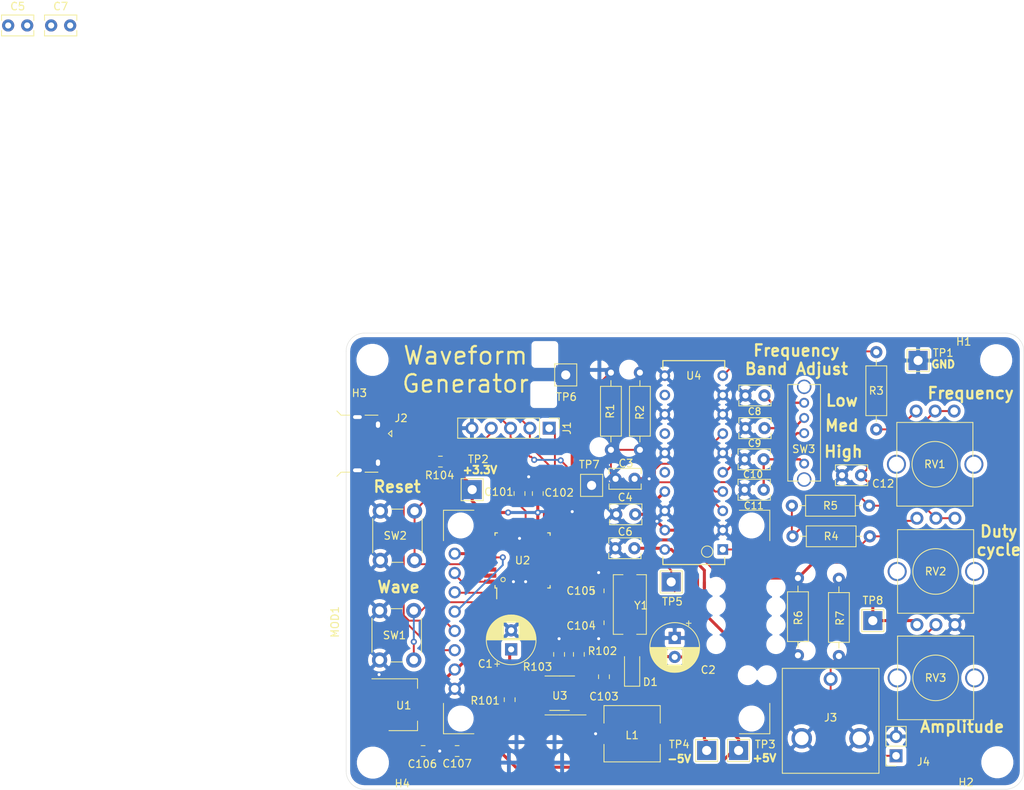
<source format=kicad_pcb>
(kicad_pcb (version 20171130) (host pcbnew "(5.1.2-1)-1")
  (layers (0 F.Cu signal) (31 B.Cu signal) (34 B.Paste user) (35 F.Paste user) (36 B.SilkS user) (37 F.SilkS user) (38 B.Mask user) (39 F.Mask user) (44 Edge.Cuts user))
  (net 0 "")
  (net 1 GND)
  (net 2 -5V)
  (net 3 +5V)
  (net 4 "Net-(D1-Pad1)")
  (net 5 /SCK)
  (net 6 /MOSI)
  (net 7 "Net-(J3-Pad1)")
  (net 8 /WS_0)
  (net 9 /WS_1)
  (net 10 /DC)
  (net 11 /CS)
  (net 12 "Net-(J2-Pad4)")
  (net 13 "Net-(J2-Pad3)")
  (net 14 "Net-(J2-Pad2)")
  (net 15 "Net-(SW3-Pad2)")
  (net 16 /reset)
  (net 17 +3V3)
  (net 18 "Net-(R3-Pad2)")
  (net 19 "Net-(R4-Pad2)")
  (net 20 "Net-(C8-Pad1)")
  (net 21 "Net-(C101-Pad1)")
  (net 22 "Net-(C103-Pad1)")
  (net 23 "Net-(C104-Pad2)")
  (net 24 "Net-(C105-Pad1)")
  (net 25 "Net-(R3-Pad1)")
  (net 26 "Net-(R5-Pad2)")
  (net 27 "Net-(R101-Pad1)")
  (net 28 "Net-(R102-Pad1)")
  (net 29 /MISO)
  (net 30 /output)
  (net 31 /reset_lcd)
  (net 32 /switch_n)
  (net 33 /freq)
  (net 34 "Net-(U4-Pad14)")
  (net 35 "Net-(U4-Pad16)")
  (net 36 "Net-(R7-Pad2)")
  (net 37 "Net-(C10-Pad1)")
  (net 38 "Net-(U2-Pad13)")
  (net 39 "Net-(U2-Pad14)")
  (net 40 "Net-(U2-Pad19)")
  (net 41 "Net-(U2-Pad22)")
  (net 42 "Net-(U2-Pad23)")
  (net 43 "Net-(U2-Pad24)")
  (net 44 "Net-(U2-Pad25)")
  (net 45 "Net-(U2-Pad26)")
  (net 46 "Net-(U2-Pad27)")
  (net 47 "Net-(U2-Pad30)")
  (net 48 "Net-(U2-Pad31)")
  (net 49 "Net-(C9-Pad1)")
  (net 50 "Net-(C12-Pad1)")
  (module Capacitor_THT:C_Rect_L4.0mm_W2.5mm_P2.50mm (layer F.Cu) (at 6.725001 1.525001)
    (fp_text reference C7 (at 1.25 -2.5) (layer F.SilkS))
    (fp_text value 10nF)
    (pad 2 thru_hole circle (at 2.5 0) (size 1.6 1.6) (drill 0.8) (layers *.Cu *.Mask) (net 2 -5V))
    (pad 1 thru_hole circle (at 0 0) (size 1.6 1.6) (drill 0.8) (layers *.Cu *.Mask) (net 1 GND))
  )
  (module Capacitor_THT:C_Rect_L4.0mm_W2.5mm_P2.50mm (layer F.Cu) (at 1.075001 1.525001)
    (fp_text reference C5 (at 1.25 -2.5) (layer F.SilkS))
    (fp_text value 10nF)
    (pad 2 thru_hole circle (at 2.5 0) (size 1.6 1.6) (drill 0.8) (layers *.Cu *.Mask) (net 3 +5V))
    (pad 1 thru_hole circle (at 0 0) (size 1.6 1.6) (drill 0.8) (layers *.Cu *.Mask) (net 1 GND))
  )
  (module Resistor_THT:R_Axial_DIN0207_L6.3mm_D2.5mm_P10.16mm_Horizontal (layer F.Cu) (at 104.902 74.2188 270)
    (fp_text reference R6 (at 5.2324 -0.0508 90) (layer F.SilkS))
    (fp_text value 100)
    (pad 2 thru_hole oval (at 10.16 0 270) (size 1.6 1.6) (drill 0.8) (layers *.Cu *.Mask) (net 1 GND))
    (pad 1 thru_hole circle (at 0 0 270) (size 1.6 1.6) (drill 0.8) (layers *.Cu *.Mask) (net 30 /output))
  )
  (module Resistor_THT:R_Axial_DIN0207_L6.3mm_D2.5mm_P10.16mm_Horizontal (layer F.Cu) (at 84.1248 57.3532 90)
    (fp_text reference R2 (at 4.9276 0 90) (layer F.SilkS))
    (fp_text value 51)
    (pad 2 thru_hole oval (at 10.16 0 90) (size 1.6 1.6) (drill 0.8) (layers *.Cu *.Mask) (net 1 GND))
    (pad 1 thru_hole circle (at 0 0 90) (size 1.6 1.6) (drill 0.8) (layers *.Cu *.Mask) (net 33 /freq))
  )
  (module Resistor_THT:R_Axial_DIN0207_L6.3mm_D2.5mm_P10.16mm_Horizontal (layer F.Cu) (at 80.3148 47.1932 270)
    (fp_text reference R1 (at 5.08 0.1016 90) (layer F.SilkS))
    (fp_text value 51)
    (pad 2 thru_hole oval (at 10.16 0 270) (size 1.6 1.6) (drill 0.8) (layers *.Cu *.Mask) (net 33 /freq))
    (pad 1 thru_hole circle (at 0 0 270) (size 1.6 1.6) (drill 0.8) (layers *.Cu *.Mask) (net 17 +3V3))
  )
  (module Capacitor_THT:C_Rect_L4.0mm_W2.5mm_P2.50mm (layer F.Cu) (at 80.9244 61.1632)
    (fp_text reference C3 (at 1.3716 -2.032) (layer F.SilkS))
    (fp_text value 4.7uF)
    (pad 2 thru_hole circle (at 2.5 0) (size 1.6 1.6) (drill 0.8) (layers *.Cu *.Mask) (net 30 /output))
    (pad 1 thru_hole circle (at 0 0) (size 1.6 1.6) (drill 0.8) (layers *.Cu *.Mask) (net 33 /freq))
  )
  (module Resistor_THT:R_Axial_DIN0207_L6.3mm_D2.5mm_P10.16mm_Horizontal (layer F.Cu) (at 110.2868 84.4804 90)
    (fp_text reference R7 (at 4.9784 0.1524 90) (layer F.SilkS))
    (fp_text value 560)
    (pad 2 thru_hole oval (at 10.16 0 90) (size 1.6 1.6) (drill 0.8) (layers *.Cu *.Mask) (net 36 "Net-(R7-Pad2)"))
    (pad 1 thru_hole circle (at 0 0 90) (size 1.6 1.6) (drill 0.8) (layers *.Cu *.Mask) (net 7 "Net-(J3-Pad1)"))
  )
  (module MountingHole:MountingHole_3.2mm_M3 (layer F.Cu) (at 49.022 98.5012)
    (fp_text reference H4 (at 3.8608 2.7432) (layer F.SilkS))
    (fp_text value 2.1mm)
    (pad 1 np_thru_hole circle (at 0 0) (size 3.2 3.2) (drill 3.2) (layers *.Cu *.Mask))
  )
  (module MountingHole:MountingHole_3.2mm_M3 (layer F.Cu) (at 48.9712 45.5168)
    (fp_text reference H3 (at -1.7272 4.3688) (layer F.SilkS))
    (fp_text value 2.1mm)
    (pad 1 np_thru_hole circle (at 0 0) (size 3.2 3.2) (drill 3.2) (layers *.Cu *.Mask))
  )
  (module MountingHole:MountingHole_3.2mm_M3 (layer F.Cu) (at 131.1148 98.4504)
    (fp_text reference H2 (at -4.1148 2.6416) (layer F.SilkS))
    (fp_text value 2.1mm)
    (pad 1 np_thru_hole circle (at 0 0) (size 3.2 3.2) (drill 3.2) (layers *.Cu *.Mask))
  )
  (module MountingHole:MountingHole_3.2mm_M3 (layer F.Cu) (at 130.9624 45.5676)
    (fp_text reference H1 (at -4.2672 -2.4384) (layer F.SilkS))
    (fp_text value 2.1mm)
    (pad 1 np_thru_hole circle (at 0 0) (size 3.2 3.2) (drill 3.2) (layers *.Cu *.Mask))
  )
  (module TestPoint:TestPoint_THTPad_2.5x2.5mm_Drill1.2mm (layer F.Cu) (at 114.7445 79.8195)
    (fp_text reference TP8 (at 0.0127 -2.6543) (layer F.SilkS))
    (fp_text value output)
    (pad 1 thru_hole rect (at 0 0) (size 2.5 2.5) (drill 1.2) (layers *.Cu *.Mask) (net 30 /output))
  )
  (module TestPoint:TestPoint_THTPad_2.5x2.5mm_Drill1.2mm (layer F.Cu) (at 77.7748 62.0268)
    (fp_text reference TP7 (at -0.3048 -2.7432) (layer F.SilkS))
    (fp_text value freq)
    (pad 1 thru_hole rect (at 0 0) (size 2.5 2.5) (drill 1.2) (layers *.Cu *.Mask) (net 33 /freq))
  )
  (module TestPoint:TestPoint_THTPad_2.5x2.5mm_Drill1.2mm (layer F.Cu) (at 74.3712 47.498)
    (fp_text reference TP6 (at 0.1016 2.8956) (layer F.SilkS))
    (fp_text value WS_1)
    (pad 1 thru_hole rect (at 0 0) (size 2.5 2.5) (drill 1.2) (layers *.Cu *.Mask) (net 9 /WS_1))
  )
  (module TestPoint:TestPoint_THTPad_2.5x2.5mm_Drill1.2mm (layer F.Cu) (at 88.2396 74.7268)
    (fp_text reference TP5 (at 0.1524 2.5908) (layer F.SilkS))
    (fp_text value WS_0)
    (pad 1 thru_hole rect (at 0 0) (size 2.5 2.5) (drill 1.2) (layers *.Cu *.Mask) (net 8 /WS_0))
  )
  (module wavegenerator_v1:Potentiometer_PTV09A (layer F.Cu) (at 122.94 59.25 180)
    (fp_text reference RV1 (at 0.04 0) (layer F.SilkS))
    (fp_text value 500k)
    (pad "" thru_hole circle (at 5.09 0 180) (size 2.5 2.5) (drill 2) (layers *.Cu *.Mask))
    (pad "" thru_hole circle (at -5.09 0 180) (size 2.5 2.5) (drill 2) (layers *.Cu *.Mask))
    (pad 3 thru_hole circle (at 2.5 7 180) (size 1.7 1.7) (drill 1) (layers *.Cu *.Mask) (net 18 "Net-(R3-Pad2)"))
    (pad 2 thru_hole circle (at 0 7 180) (size 1.7 1.7) (drill 1) (layers *.Cu *.Mask) (net 50 "Net-(C12-Pad1)"))
    (pad 1 thru_hole circle (at -2.5 7 180) (size 1.7 1.7) (drill 1) (layers *.Cu *.Mask) (net 50 "Net-(C12-Pad1)"))
  )
  (module wavegenerator_v1:Potentiometer_PTV09A (layer F.Cu) (at 123.04 87.35 180)
    (fp_text reference RV3 (at 0.04 0) (layer F.SilkS))
    (fp_text value 1k)
    (pad "" thru_hole circle (at 5.09 0 180) (size 2.5 2.5) (drill 2) (layers *.Cu *.Mask))
    (pad "" thru_hole circle (at -5.09 0 180) (size 2.5 2.5) (drill 2) (layers *.Cu *.Mask))
    (pad 3 thru_hole circle (at 2.5 7 180) (size 1.7 1.7) (drill 1) (layers *.Cu *.Mask) (net 30 /output))
    (pad 2 thru_hole circle (at 0 7 180) (size 1.7 1.7) (drill 1) (layers *.Cu *.Mask) (net 36 "Net-(R7-Pad2)"))
    (pad 1 thru_hole circle (at -2.5 7 180) (size 1.7 1.7) (drill 1) (layers *.Cu *.Mask) (net 1 GND))
  )
  (module wavegenerator_v1:Potentiometer_PTV09A (layer F.Cu) (at 123.04 73.35 180)
    (fp_text reference RV2 (at 0.04 0) (layer F.SilkS))
    (fp_text value 20k)
    (pad "" thru_hole circle (at 5.09 0 180) (size 2.5 2.5) (drill 2) (layers *.Cu *.Mask))
    (pad "" thru_hole circle (at -5.09 0 180) (size 2.5 2.5) (drill 2) (layers *.Cu *.Mask))
    (pad 3 thru_hole circle (at 2.5 7 180) (size 1.7 1.7) (drill 1) (layers *.Cu *.Mask) (net 19 "Net-(R4-Pad2)"))
    (pad 2 thru_hole circle (at 0 7 180) (size 1.7 1.7) (drill 1) (layers *.Cu *.Mask) (net 26 "Net-(R5-Pad2)"))
    (pad 1 thru_hole circle (at -2.5 7 180) (size 1.7 1.7) (drill 1) (layers *.Cu *.Mask) (net 26 "Net-(R5-Pad2)"))
  )
  (module Capacitor_THT:C_Rect_L4.0mm_W2.5mm_P2.50mm (layer F.Cu) (at 83.4 70.3 180)
    (fp_text reference C6 (at 1.2056 2.1772) (layer F.SilkS))
    (fp_text value 1uF)
    (pad 2 thru_hole circle (at 2.5 0 180) (size 1.6 1.6) (drill 0.8) (layers *.Cu *.Mask) (net 1 GND))
    (pad 1 thru_hole circle (at 0 0 180) (size 1.6 1.6) (drill 0.8) (layers *.Cu *.Mask) (net 2 -5V))
  )
  (module Capacitor_THT:C_Rect_L4.0mm_W2.5mm_P2.50mm (layer F.Cu) (at 83.5152 65.8368 180)
    (fp_text reference C4 (at 1.3208 2.2352) (layer F.SilkS))
    (fp_text value 1uF)
    (pad 2 thru_hole circle (at 2.5 0 180) (size 1.6 1.6) (drill 0.8) (layers *.Cu *.Mask) (net 1 GND))
    (pad 1 thru_hole circle (at 0 0 180) (size 1.6 1.6) (drill 0.8) (layers *.Cu *.Mask) (net 3 +5V))
  )
  (module wavegenerator_v1:01x05_pin_header (layer F.Cu) (at 72.2 54.5 270)
    (fp_text reference J1 (at 0 -2.33 90) (layer F.SilkS))
    (fp_text value 01x05)
    (pad 5 thru_hole oval (at 0 10.16 270) (size 1.7 1.7) (drill 1) (layers *.Cu *.Mask) (net 1 GND))
    (pad 4 thru_hole oval (at 0 7.62 270) (size 1.7 1.7) (drill 1) (layers *.Cu *.Mask) (net 16 /reset))
    (pad 3 thru_hole oval (at 0 5.08 270) (size 1.7 1.7) (drill 1) (layers *.Cu *.Mask) (net 6 /MOSI))
    (pad 2 thru_hole oval (at 0 2.54 270) (size 1.7 1.7) (drill 1) (layers *.Cu *.Mask) (net 5 /SCK))
    (pad 1 thru_hole rect (at 0 0 270) (size 1.7 1.7) (drill 1) (layers *.Cu *.Mask) (net 29 /MISO))
  )
  (module wavegenerator_v1:SP3T_OS103011MS8QP1 (layer F.Cu) (at 105.8 55.1 90)
    (fp_text reference SW3 (at -2.1516 -0.136 180) (layer F.SilkS))
    (fp_text value SP3T)
    (pad "" thru_hole circle (at 6.04 -0.08 90) (size 1.9 1.9) (drill 1.5) (layers *.Cu *.Mask))
    (pad 4 thru_hole circle (at 3.94 -0.08 90) (size 1.3 1.3) (drill 0.8) (layers *.Cu *.Mask) (net 20 "Net-(C8-Pad1)"))
    (pad 3 thru_hole circle (at 1.94 -0.08 90) (size 1.3 1.3) (drill 0.8) (layers *.Cu *.Mask) (net 49 "Net-(C9-Pad1)"))
    (pad 2 thru_hole circle (at -0.06 -0.08 90) (size 1.3 1.3) (drill 0.8) (layers *.Cu *.Mask) (net 15 "Net-(SW3-Pad2)"))
    (pad 1 thru_hole circle (at -4.06 -0.08 90) (size 1.3 1.3) (drill 0.762) (layers *.Cu *.Mask) (net 37 "Net-(C10-Pad1)"))
    (pad "" thru_hole circle (at -6.16 -0.08 90) (size 1.9 1.9) (drill 1.5) (layers *.Cu *.Mask))
  )
  (module wavegenerator_v1:TFT_LCD_ST7735 (layer F.Cu) (at 53.7 80 90)
    (fp_text reference MOD1 (at 0 -9.66 90) (layer F.SilkS))
    (fp_text value TFT_LCD)
    (pad 8 thru_hole circle (at 8.99 6.08 90) (size 1.6 1.6) (drill 1) (layers *.Cu *.Mask) (net 17 +3V3))
    (pad 7 thru_hole circle (at 6.45 6.08 90) (size 1.6 1.6) (drill 1) (layers *.Cu *.Mask) (net 11 /CS))
    (pad 6 thru_hole circle (at 3.91 6.08 90) (size 1.6 1.6) (drill 1) (layers *.Cu *.Mask) (net 10 /DC))
    (pad 5 thru_hole circle (at 1.37 6.08 90) (size 1.6 1.6) (drill 1) (layers *.Cu *.Mask) (net 31 /reset_lcd))
    (pad 4 thru_hole circle (at -1.17 6.08 90) (size 1.6 1.6) (drill 1) (layers *.Cu *.Mask) (net 6 /MOSI))
    (pad 3 thru_hole circle (at -3.71 6.08 90) (size 1.6 1.6) (drill 1) (layers *.Cu *.Mask) (net 5 /SCK))
    (pad 2 thru_hole circle (at -6.25 6.08 90) (size 1.6 1.6) (drill 1) (layers *.Cu *.Mask) (net 17 +3V3))
    (pad "" np_thru_hole circle (at 12.7 45.1 90) (size 2.4 2.4) (drill 2.4) (layers *.Cu *.Mask))
    (pad "" np_thru_hole circle (at -12.7 45.1 90) (size 2.4 2.4) (drill 2.4) (layers *.Cu *.Mask))
    (pad "" np_thru_hole circle (at 12.7 6.86 90) (size 2.4 2.4) (drill 2.4) (layers *.Cu *.Mask))
    (pad "" np_thru_hole circle (at -12.7 6.86 90) (size 2.4 2.4) (drill 2.4) (layers *.Cu *.Mask))
    (pad 1 thru_hole circle (at -8.79 6.08 90) (size 1.6 1.6) (drill 1) (layers *.Cu *.Mask) (net 1 GND))
  )
  (module wavegenerator_v1:BNC_connector_731000105 (layer F.Cu) (at 109.2 87.5)
    (fp_text reference J3 (at 0 5.08) (layer F.SilkS))
    (fp_text value Conn_Coaxial)
    (pad 1 thru_hole circle (at 0 0) (size 1.824 1.824) (drill 1.1) (layers *.Cu *.Mask) (net 7 "Net-(J3-Pad1)"))
    (pad 2 thru_hole circle (at 3.8 7.8) (size 2.7 2.7) (drill 1.8) (layers *.Cu *.Mask) (net 1 GND))
    (pad 2 thru_hole circle (at -3.8 7.8) (size 2.7 2.7) (drill 1.8) (layers *.Cu *.Mask) (net 1 GND))
  )
  (module Crystal:Crystal_SMD_ECS_CSM3X-2Pin_7.6x4.1mm (layer F.Cu) (at 82.8 77.7 270)
    (fp_text reference Y1 (at 0.1256 -1.4772 180) (layer F.SilkS))
    (fp_text value 16MHz)
    (pad 2 smd rect (at 2.75 0 270) (size 3.5 1.2) (layers F.Cu F.Paste F.Mask) (net 23 "Net-(C104-Pad2)"))
    (pad 1 smd rect (at -2.75 0 270) (size 3.5 1.2) (layers F.Cu F.Paste F.Mask) (net 24 "Net-(C105-Pad1)"))
  )
  (module Inductor_SMD:L_7.3x7.3_H3.5 (layer F.Cu) (at 83.1 94.7 180)
    (fp_text reference L1 (at 0 -0.2) (layer F.SilkS))
    (fp_text value 82uH)
    (pad 2 smd rect (at 3.2 0 180) (size 1.5 2.2) (layers F.Cu F.Paste F.Mask) (net 1 GND))
    (pad 1 smd rect (at -3.2 0 180) (size 1.5 2.2) (layers F.Cu F.Paste F.Mask) (net 4 "Net-(D1-Pad1)"))
  )
  (module Diode_SMD:D_SOD-123 (layer F.Cu) (at 83.1 86.2 90)
    (fp_text reference D1 (at -1.7 2.4 180) (layer F.SilkS))
    (fp_text value 1N5819)
    (pad 2 smd rect (at 1.65 0 90) (size 0.9 1.2) (layers F.Cu F.Paste F.Mask) (net 2 -5V))
    (pad 1 smd rect (at -1.65 0 90) (size 0.9 1.2) (layers F.Cu F.Paste F.Mask) (net 4 "Net-(D1-Pad1)"))
  )
  (module Resistor_SMD:R_0805_2012Metric (layer F.Cu) (at 73.5 84.26 90)
    (fp_text reference R103 (at -1.64 -2.8372 180) (layer F.SilkS))
    (fp_text value 10k)
    (pad 2 smd roundrect (at 0.9375 0 90) (size 0.975 1.4) (layers F.Cu F.Paste F.Mask) (net 1 GND))
    (pad 1 smd roundrect (at -0.9375 0 90) (size 0.975 1.4) (layers F.Cu F.Paste F.Mask) (net 28 "Net-(R102-Pad1)"))
  )
  (module Resistor_SMD:R_0805_2012Metric (layer F.Cu) (at 76.1 84.26 90)
    (fp_text reference R102 (at 0.44 3.0972 180) (layer F.SilkS))
    (fp_text value 3.32k)
    (pad 2 smd roundrect (at 0.9375 0 90) (size 0.975 1.4) (layers F.Cu F.Paste F.Mask) (net 2 -5V))
    (pad 1 smd roundrect (at -0.9375 0 90) (size 0.975 1.4) (layers F.Cu F.Paste F.Mask) (net 28 "Net-(R102-Pad1)"))
  )
  (module Capacitor_SMD:C_0805_2012Metric (layer F.Cu) (at 60.0964 96.9772 180)
    (fp_text reference C107 (at 0 -1.65) (layer F.SilkS))
    (fp_text value 0.1uF)
    (pad 2 smd roundrect (at 0.9375 0 180) (size 0.975 1.4) (layers F.Cu F.Paste F.Mask) (net 1 GND))
    (pad 1 smd roundrect (at -0.9375 0 180) (size 0.975 1.4) (layers F.Cu F.Paste F.Mask) (net 17 +3V3))
  )
  (module Capacitor_SMD:C_0805_2012Metric (layer F.Cu) (at 55.626 96.9772)
    (fp_text reference C106 (at -0.1 1.7) (layer F.SilkS))
    (fp_text value 0.1uF)
    (pad 2 smd roundrect (at 0.9375 0) (size 0.975 1.4) (layers F.Cu F.Paste F.Mask) (net 1 GND))
    (pad 1 smd roundrect (at -0.9375 0) (size 0.975 1.4) (layers F.Cu F.Paste F.Mask) (net 3 +5V))
  )
  (module Capacitor_THT:C_Rect_L4.0mm_W2.5mm_P2.50mm (layer F.Cu) (at 100.4 62.6 180)
    (fp_text reference C11 (at 1.3 -2.1) (layer F.SilkS) (effects (font (size 0.9 0.9))))
    (fp_text value 220pF)
    (pad 2 thru_hole circle (at 2.5 0 180) (size 1.6 1.6) (drill 0.8) (layers *.Cu *.Mask) (net 1 GND))
    (pad 1 thru_hole circle (at 0 0 180) (size 1.6 1.6) (drill 0.8) (layers *.Cu *.Mask) (net 37 "Net-(C10-Pad1)"))
  )
  (module Capacitor_THT:C_Rect_L4.0mm_W2.5mm_P2.50mm (layer F.Cu) (at 113.2 60.7 180)
    (fp_text reference C12 (at -2.9 -1.1) (layer F.SilkS))
    (fp_text value 1uF)
    (pad 2 thru_hole circle (at 2.5 0 180) (size 1.6 1.6) (drill 0.8) (layers *.Cu *.Mask) (net 1 GND))
    (pad 1 thru_hole circle (at 0 0 180) (size 1.6 1.6) (drill 0.8) (layers *.Cu *.Mask) (net 50 "Net-(C12-Pad1)"))
  )
  (module Capacitor_THT:C_Rect_L4.0mm_W2.5mm_P2.50mm (layer F.Cu) (at 100.4 58.6 180)
    (fp_text reference C10 (at 1.4 -2) (layer F.SilkS) (effects (font (size 0.9 0.9))))
    (fp_text value 15pF)
    (pad 2 thru_hole circle (at 2.5 0 180) (size 1.6 1.6) (drill 0.8) (layers *.Cu *.Mask) (net 1 GND))
    (pad 1 thru_hole circle (at 0 0 180) (size 1.6 1.6) (drill 0.8) (layers *.Cu *.Mask) (net 37 "Net-(C10-Pad1)"))
  )
  (module Capacitor_THT:C_Rect_L4.0mm_W2.5mm_P2.50mm (layer F.Cu) (at 100.5 54.5 180)
    (fp_text reference C9 (at 1.3 -2) (layer F.SilkS) (effects (font (size 0.9 0.9))))
    (fp_text value 33nF)
    (pad 2 thru_hole circle (at 2.5 0 180) (size 1.6 1.6) (drill 0.8) (layers *.Cu *.Mask) (net 1 GND))
    (pad 1 thru_hole circle (at 0 0 180) (size 1.6 1.6) (drill 0.8) (layers *.Cu *.Mask) (net 49 "Net-(C9-Pad1)"))
  )
  (module Capacitor_THT:C_Rect_L4.0mm_W2.5mm_P2.50mm (layer F.Cu) (at 100.5 50.2 180)
    (fp_text reference C8 (at 1.3 -2.1) (layer F.SilkS) (effects (font (size 0.9 0.9))))
    (fp_text value 4.7uF)
    (pad 2 thru_hole circle (at 2.5 0 180) (size 1.6 1.6) (drill 0.8) (layers *.Cu *.Mask) (net 1 GND))
    (pad 1 thru_hole circle (at 0 0 180) (size 1.6 1.6) (drill 0.8) (layers *.Cu *.Mask) (net 20 "Net-(C8-Pad1)"))
  )
  (module Capacitor_SMD:C_0805_2012Metric (layer F.Cu) (at 68.3 63.1 90)
    (fp_text reference C101 (at 0.2096 -2.7172 180) (layer F.SilkS))
    (fp_text value 100nF)
    (pad 2 smd roundrect (at 0.9375 0 90) (size 0.975 1.4) (layers F.Cu F.Paste F.Mask) (net 1 GND))
    (pad 1 smd roundrect (at -0.9375 0 90) (size 0.975 1.4) (layers F.Cu F.Paste F.Mask) (net 21 "Net-(C101-Pad1)"))
  )
  (module wavegenerator_v1:MAX038CPP-W (layer F.Cu) (at 87.4 47.6 180)
    (fp_text reference U4 (at -3.81 0) (layer F.SilkS))
    (fp_text value MAX038CPP hide)
    (pad 1 thru_hole rect (at -7.62 -22.86 180) (size 1.397 1.397) (drill 0.8128) (layers *.Cu *.Mask) (net 50 "Net-(C12-Pad1)"))
    (pad 2 thru_hole circle (at -7.62 -20.32 180) (size 1.397 1.397) (drill 0.8128) (layers *.Cu *.Mask) (net 1 GND))
    (pad 3 thru_hole circle (at -7.62 -17.78 180) (size 1.397 1.397) (drill 0.8128) (layers *.Cu *.Mask) (net 8 /WS_0))
    (pad 4 thru_hole circle (at -7.62 -15.24 180) (size 1.397 1.397) (drill 0.8128) (layers *.Cu *.Mask) (net 9 /WS_1))
    (pad 5 thru_hole circle (at -7.62 -12.7 180) (size 1.397 1.397) (drill 0.8128) (layers *.Cu *.Mask) (net 15 "Net-(SW3-Pad2)"))
    (pad 6 thru_hole circle (at -7.62 -10.16 180) (size 1.397 1.397) (drill 0.8128) (layers *.Cu *.Mask) (net 1 GND))
    (pad 7 thru_hole circle (at -7.62 -7.62 180) (size 1.397 1.397) (drill 0.8128) (layers *.Cu *.Mask) (net 26 "Net-(R5-Pad2)"))
    (pad 8 thru_hole circle (at -7.62 -5.08 180) (size 1.397 1.397) (drill 0.8128) (layers *.Cu *.Mask) (net 1 GND))
    (pad 9 thru_hole circle (at -7.62 -2.54 180) (size 1.397 1.397) (drill 0.8128) (layers *.Cu *.Mask) (net 1 GND))
    (pad 10 thru_hole circle (at -7.62 0 180) (size 1.397 1.397) (drill 0.8128) (layers *.Cu *.Mask) (net 25 "Net-(R3-Pad1)"))
    (pad 11 thru_hole circle (at 0 0 180) (size 1.397 1.397) (drill 0.8128) (layers *.Cu *.Mask) (net 1 GND))
    (pad 12 thru_hole circle (at 0 -2.54 180) (size 1.397 1.397) (drill 0.8128) (layers *.Cu *.Mask) (net 1 GND))
    (pad 13 thru_hole circle (at 0 -5.08 180) (size 1.397 1.397) (drill 0.8128) (layers *.Cu *.Mask) (net 1 GND))
    (pad 14 thru_hole circle (at 0 -7.62 180) (size 1.397 1.397) (drill 0.8128) (layers *.Cu *.Mask) (net 34 "Net-(U4-Pad14)"))
    (pad 15 thru_hole circle (at 0 -10.16 180) (size 1.397 1.397) (drill 0.8128) (layers *.Cu *.Mask) (net 1 GND))
    (pad 16 thru_hole circle (at 0 -12.7 180) (size 1.397 1.397) (drill 0.8128) (layers *.Cu *.Mask) (net 35 "Net-(U4-Pad16)"))
    (pad 17 thru_hole circle (at 0 -15.24 180) (size 1.397 1.397) (drill 0.8128) (layers *.Cu *.Mask) (net 3 +5V))
    (pad 18 thru_hole circle (at 0 -17.78 180) (size 1.397 1.397) (drill 0.8128) (layers *.Cu *.Mask) (net 1 GND))
    (pad 19 thru_hole circle (at 0 -20.32 180) (size 1.397 1.397) (drill 0.8128) (layers *.Cu *.Mask) (net 30 /output))
    (pad 20 thru_hole circle (at 0 -22.86 180) (size 1.397 1.397) (drill 0.8128) (layers *.Cu *.Mask) (net 2 -5V))
  )
  (module Resistor_SMD:R_0805_2012Metric (layer F.Cu) (at 67.0052 90.2208 90)
    (fp_text reference R101 (at -0.124 -3.222 180) (layer F.SilkS))
    (fp_text value 0.24)
    (pad 2 smd roundrect (at 0.9375 0 90) (size 0.975 1.4) (layers F.Cu F.Paste F.Mask) (net 3 +5V))
    (pad 1 smd roundrect (at -0.9375 0 90) (size 0.975 1.4) (layers F.Cu F.Paste F.Mask) (net 27 "Net-(R101-Pad1)"))
  )
  (module Resistor_SMD:R_0805_2012Metric (layer F.Cu) (at 57.9 58.9 180)
    (fp_text reference R104 (at 0.1 -1.8) (layer F.SilkS))
    (fp_text value 10k)
    (pad 2 smd roundrect (at 0.9375 0 180) (size 0.975 1.4) (layers F.Cu F.Paste F.Mask) (net 16 /reset))
    (pad 1 smd roundrect (at -0.9375 0 180) (size 0.975 1.4) (layers F.Cu F.Paste F.Mask) (net 17 +3V3))
  )
  (module Capacitor_THT:CP_Radial_D6.3mm_P2.50mm (layer F.Cu) (at 88.7 82.1 270)
    (fp_text reference C2 (at 4.2 -4.4 180) (layer F.SilkS))
    (fp_text value 100uF)
    (pad 2 thru_hole circle (at 2.5 0 270) (size 1.6 1.6) (drill 0.8) (layers *.Cu *.Mask) (net 2 -5V))
    (pad 1 thru_hole rect (at 0 0 270) (size 1.6 1.6) (drill 0.8) (layers *.Cu *.Mask) (net 1 GND))
  )
  (module Capacitor_SMD:C_0805_2012Metric (layer F.Cu) (at 79.4 87.2 90)
    (fp_text reference C103 (at -2.6 0 180) (layer F.SilkS))
    (fp_text value 1500pF)
    (pad 2 smd roundrect (at 0.9375 0 90) (size 0.975 1.4) (layers F.Cu F.Paste F.Mask) (net 2 -5V))
    (pad 1 smd roundrect (at -0.9375 0 90) (size 0.975 1.4) (layers F.Cu F.Paste F.Mask) (net 22 "Net-(C103-Pad1)"))
  )
  (module Capacitor_THT:CP_Radial_D6.3mm_P2.50mm (layer F.Cu) (at 67.2 83.6 90)
    (fp_text reference C1 (at -1.9 -3.3952 180) (layer F.SilkS))
    (fp_text value 100uF)
    (pad 2 thru_hole circle (at 2.5 0 90) (size 1.6 1.6) (drill 0.8) (layers *.Cu *.Mask) (net 1 GND))
    (pad 1 thru_hole rect (at 0 0 90) (size 1.6 1.6) (drill 0.8) (layers *.Cu *.Mask) (net 3 +5V))
  )
  (module Capacitor_SMD:C_0805_2012Metric (layer F.Cu) (at 78.7 75.9 90)
    (fp_text reference C105 (at 0 -2.3 180) (layer F.SilkS))
    (fp_text value 12pF)
    (pad 2 smd roundrect (at 0.9375 0 90) (size 0.975 1.4) (layers F.Cu F.Paste F.Mask) (net 1 GND))
    (pad 1 smd roundrect (at -0.9375 0 90) (size 0.975 1.4) (layers F.Cu F.Paste F.Mask) (net 24 "Net-(C105-Pad1)"))
  )
  (module Capacitor_SMD:C_0805_2012Metric (layer F.Cu) (at 78.7 80.1 90)
    (fp_text reference C104 (at -0.4 -2.3 180) (layer F.SilkS))
    (fp_text value 12pF)
    (pad 2 smd roundrect (at 0.9375 0 90) (size 0.975 1.4) (layers F.Cu F.Paste F.Mask) (net 23 "Net-(C104-Pad2)"))
    (pad 1 smd roundrect (at -0.9375 0 90) (size 0.975 1.4) (layers F.Cu F.Paste F.Mask) (net 1 GND))
  )
  (module Capacitor_SMD:C_0805_2012Metric (layer F.Cu) (at 70.7 63.1 270)
    (fp_text reference C102 (at -0.108 -2.8076 180) (layer F.SilkS))
    (fp_text value 100nF)
    (pad 2 smd roundrect (at 0.9375 0 270) (size 0.975 1.4) (layers F.Cu F.Paste F.Mask) (net 17 +3V3))
    (pad 1 smd roundrect (at -0.9375 0 270) (size 0.975 1.4) (layers F.Cu F.Paste F.Mask) (net 1 GND))
  )
  (module Package_TO_SOT_SMD:SOT-223-3_TabPin2 (layer F.Cu) (at 52.9844 90.8812)
    (fp_text reference U1 (at 0.1 0.1) (layer F.SilkS))
    (fp_text value LinReg)
    (pad 1 smd rect (at -3.15 -2.3) (size 2 1.5) (layers F.Cu F.Paste F.Mask) (net 1 GND))
    (pad 3 smd rect (at -3.15 2.3) (size 2 1.5) (layers F.Cu F.Paste F.Mask) (net 3 +5V))
    (pad 2 smd rect (at -3.15 0) (size 2 1.5) (layers F.Cu F.Paste F.Mask) (net 17 +3V3))
    (pad 2 smd rect (at 3.15 0) (size 2 3.8) (layers F.Cu F.Paste F.Mask) (net 17 +3V3))
  )
  (module Resistor_THT:R_Axial_DIN0207_L6.3mm_D2.5mm_P10.16mm_Horizontal (layer F.Cu) (at 114.35 68.73 180)
    (fp_text reference R4 hide)
    (fp_text value 560 hide)
    (fp_text user %R (at 5.08 0 180) (layer F.SilkS))
    (pad 2 thru_hole oval (at 10.16 0 180) (size 1.6 1.6) (drill 0.8) (layers *.Cu *.Mask) (net 19 "Net-(R4-Pad2)"))
    (pad 1 thru_hole circle (at 0 0 180) (size 1.6 1.6) (drill 0.8) (layers *.Cu *.Mask) (net 50 "Net-(C12-Pad1)"))
  )
  (module Package_SO:SOIC-8_3.9x4.9mm_P1.27mm (layer F.Cu) (at 73.595 89.66 180)
    (fp_text reference U3 (at 0 -0.04) (layer F.SilkS))
    (fp_text value MC33063AD)
    (pad 1 smd roundrect (at -2.475 -1.905 180) (size 1.95 0.6) (layers F.Cu F.Paste F.Mask) (net 27 "Net-(R101-Pad1)"))
    (pad 2 smd roundrect (at -2.475 -0.635 180) (size 1.95 0.6) (layers F.Cu F.Paste F.Mask) (net 4 "Net-(D1-Pad1)"))
    (pad 3 smd roundrect (at -2.475 0.635 180) (size 1.95 0.6) (layers F.Cu F.Paste F.Mask) (net 22 "Net-(C103-Pad1)"))
    (pad 4 smd roundrect (at -2.475 1.905 180) (size 1.95 0.6) (layers F.Cu F.Paste F.Mask) (net 2 -5V))
    (pad 5 smd roundrect (at 2.475 1.905 180) (size 1.95 0.6) (layers F.Cu F.Paste F.Mask) (net 28 "Net-(R102-Pad1)"))
    (pad 6 smd roundrect (at 2.475 0.635 180) (size 1.95 0.6) (layers F.Cu F.Paste F.Mask) (net 3 +5V))
    (pad 7 smd roundrect (at 2.475 -0.635 180) (size 1.95 0.6) (layers F.Cu F.Paste F.Mask) (net 27 "Net-(R101-Pad1)"))
    (pad 8 smd roundrect (at 2.475 -1.905 180) (size 1.95 0.6) (layers F.Cu F.Paste F.Mask) (net 27 "Net-(R101-Pad1)"))
  )
  (module TestPoint:TestPoint_THTPad_2.5x2.5mm_Drill1.2mm (layer F.Cu) (at 120.7 45.6)
    (fp_text reference TP1 (at 3.3 -1) (layer F.SilkS))
    (fp_text value GND)
    (pad 1 thru_hole rect (at 0 0) (size 2.5 2.5) (drill 1.2) (layers *.Cu *.Mask) (net 1 GND))
  )
  (module TestPoint:TestPoint_THTPad_2.5x2.5mm_Drill1.2mm (layer F.Cu) (at 92.9 96.9)
    (fp_text reference TP4 (at -3.6 -0.8) (layer F.SilkS))
    (fp_text value -5V)
    (pad 1 thru_hole rect (at 0 0) (size 2.5 2.5) (drill 1.2) (layers *.Cu *.Mask) (net 2 -5V))
  )
  (module TestPoint:TestPoint_THTPad_2.5x2.5mm_Drill1.2mm (layer F.Cu) (at 97.1 96.9)
    (fp_text reference TP3 (at 3.5 -0.8) (layer F.SilkS))
    (fp_text value "+5 V")
    (pad 1 thru_hole rect (at 0 0) (size 2.5 2.5) (drill 1.2) (layers *.Cu *.Mask) (net 3 +5V))
  )
  (module TestPoint:TestPoint_THTPad_2.5x2.5mm_Drill1.2mm (layer F.Cu) (at 62.0776 62.5856)
    (fp_text reference TP2 (at 0.8 -4) (layer F.SilkS))
    (fp_text value "3.3 V")
    (pad 1 thru_hole rect (at 0 0) (size 2.5 2.5) (drill 1.2) (layers *.Cu *.Mask) (net 17 +3V3))
  )
  (module Connector_PinSocket_2.54mm:PinSocket_1x02_P2.54mm_Vertical (layer F.Cu) (at 117.8 97.6 180)
    (fp_text reference J4 (at -3.6 -0.8) (layer F.SilkS))
    (fp_text value 1x2Pinheader)
    (pad 2 thru_hole oval (at 0 2.54 180) (size 1.7 1.7) (drill 1) (layers *.Cu *.Mask) (net 1 GND))
    (pad 1 thru_hole rect (at 0 0 180) (size 1.7 1.7) (drill 1) (layers *.Cu *.Mask) (net 7 "Net-(J3-Pad1)"))
  )
  (module Package_QFP:TQFP-32_7x7mm_P0.8mm (layer F.Cu) (at 68.7 71.9 90)
    (fp_text reference U2 (at 0 0 180) (layer F.SilkS))
    (fp_text value ATmega328P-AU)
    (pad 1 smd rect (at -4.25 -2.8 90) (size 1.6 0.55) (layers F.Cu F.Paste F.Mask) (net 10 /DC))
    (pad 2 smd rect (at -4.25 -2 90) (size 1.6 0.55) (layers F.Cu F.Paste F.Mask) (net 32 /switch_n))
    (pad 3 smd rect (at -4.25 -1.2 90) (size 1.6 0.55) (layers F.Cu F.Paste F.Mask) (net 1 GND))
    (pad 4 smd rect (at -4.25 -0.4 90) (size 1.6 0.55) (layers F.Cu F.Paste F.Mask) (net 17 +3V3))
    (pad 5 smd rect (at -4.25 0.4 90) (size 1.6 0.55) (layers F.Cu F.Paste F.Mask) (net 1 GND))
    (pad 6 smd rect (at -4.25 1.2 90) (size 1.6 0.55) (layers F.Cu F.Paste F.Mask) (net 17 +3V3))
    (pad 7 smd rect (at -4.25 2 90) (size 1.6 0.55) (layers F.Cu F.Paste F.Mask) (net 23 "Net-(C104-Pad2)"))
    (pad 8 smd rect (at -4.25 2.8 90) (size 1.6 0.55) (layers F.Cu F.Paste F.Mask) (net 24 "Net-(C105-Pad1)"))
    (pad 9 smd rect (at -2.8 4.25 180) (size 1.6 0.55) (layers F.Cu F.Paste F.Mask) (net 33 /freq))
    (pad 10 smd rect (at -2 4.25 180) (size 1.6 0.55) (layers F.Cu F.Paste F.Mask) (net 8 /WS_0))
    (pad 11 smd rect (at -1.2 4.25 180) (size 1.6 0.55) (layers F.Cu F.Paste F.Mask) (net 9 /WS_1))
    (pad 12 smd rect (at -0.4 4.25 180) (size 1.6 0.55) (layers F.Cu F.Paste F.Mask) (net 33 /freq))
    (pad 13 smd rect (at 0.4 4.25 180) (size 1.6 0.55) (layers F.Cu F.Paste F.Mask) (net 38 "Net-(U2-Pad13)"))
    (pad 14 smd rect (at 1.2 4.25 180) (size 1.6 0.55) (layers F.Cu F.Paste F.Mask) (net 39 "Net-(U2-Pad14)"))
    (pad 15 smd rect (at 2 4.25 180) (size 1.6 0.55) (layers F.Cu F.Paste F.Mask) (net 6 /MOSI))
    (pad 16 smd rect (at 2.8 4.25 180) (size 1.6 0.55) (layers F.Cu F.Paste F.Mask) (net 29 /MISO))
    (pad 17 smd rect (at 4.25 2.8 90) (size 1.6 0.55) (layers F.Cu F.Paste F.Mask) (net 5 /SCK))
    (pad 18 smd rect (at 4.25 2 90) (size 1.6 0.55) (layers F.Cu F.Paste F.Mask) (net 17 +3V3))
    (pad 19 smd rect (at 4.25 1.2 90) (size 1.6 0.55) (layers F.Cu F.Paste F.Mask) (net 40 "Net-(U2-Pad19)"))
    (pad 20 smd rect (at 4.25 0.4 90) (size 1.6 0.55) (layers F.Cu F.Paste F.Mask) (net 21 "Net-(C101-Pad1)"))
    (pad 21 smd rect (at 4.25 -0.4 90) (size 1.6 0.55) (layers F.Cu F.Paste F.Mask) (net 1 GND))
    (pad 22 smd rect (at 4.25 -1.2 90) (size 1.6 0.55) (layers F.Cu F.Paste F.Mask) (net 41 "Net-(U2-Pad22)"))
    (pad 23 smd rect (at 4.25 -2 90) (size 1.6 0.55) (layers F.Cu F.Paste F.Mask) (net 42 "Net-(U2-Pad23)"))
    (pad 24 smd rect (at 4.25 -2.8 90) (size 1.6 0.55) (layers F.Cu F.Paste F.Mask) (net 43 "Net-(U2-Pad24)"))
    (pad 25 smd rect (at 2.8 -4.25 180) (size 1.6 0.55) (layers F.Cu F.Paste F.Mask) (net 44 "Net-(U2-Pad25)"))
    (pad 26 smd rect (at 2 -4.25 180) (size 1.6 0.55) (layers F.Cu F.Paste F.Mask) (net 45 "Net-(U2-Pad26)"))
    (pad 27 smd rect (at 1.2 -4.25 180) (size 1.6 0.55) (layers F.Cu F.Paste F.Mask) (net 46 "Net-(U2-Pad27)"))
    (pad 28 smd rect (at 0.4 -4.25 180) (size 1.6 0.55) (layers F.Cu F.Paste F.Mask) (net 31 /reset_lcd))
    (pad 29 smd rect (at -0.4 -4.25 180) (size 1.6 0.55) (layers F.Cu F.Paste F.Mask) (net 16 /reset))
    (pad 30 smd rect (at -1.2 -4.25 180) (size 1.6 0.55) (layers F.Cu F.Paste F.Mask) (net 47 "Net-(U2-Pad30)"))
    (pad 31 smd rect (at -2 -4.25 180) (size 1.6 0.55) (layers F.Cu F.Paste F.Mask) (net 48 "Net-(U2-Pad31)"))
    (pad 32 smd rect (at -2.8 -4.25 180) (size 1.6 0.55) (layers F.Cu F.Paste F.Mask) (net 11 /CS))
  )
  (module Resistor_THT:R_Axial_DIN0207_L6.3mm_D2.5mm_P10.16mm_Horizontal (layer F.Cu) (at 104.1 64.7)
    (fp_text reference R5 (at 5.08 0) (layer F.SilkS))
    (fp_text value 180k hide)
    (pad 1 thru_hole circle (at 0 0) (size 1.6 1.6) (drill 0.8) (layers *.Cu *.Mask) (net 19 "Net-(R4-Pad2)"))
    (pad 2 thru_hole oval (at 10.16 0) (size 1.6 1.6) (drill 0.8) (layers *.Cu *.Mask) (net 26 "Net-(R5-Pad2)"))
  )
  (module Button_Switch_THT:SW_PUSH_6mm (layer F.Cu) (at 54.5 65.4 270)
    (fp_text reference SW2 (at 3.25 2.54 180) (layer F.SilkS))
    (fp_text value button)
    (pad 1 thru_hole circle (at 6.5 0) (size 2 2) (drill 1.1) (layers *.Cu *.Mask) (net 16 /reset))
    (pad 2 thru_hole circle (at 6.5 4.5) (size 2 2) (drill 1.1) (layers *.Cu *.Mask) (net 1 GND))
    (pad 1 thru_hole circle (at 0 0) (size 2 2) (drill 1.1) (layers *.Cu *.Mask) (net 16 /reset))
    (pad 2 thru_hole circle (at 0 4.5) (size 2 2) (drill 1.1) (layers *.Cu *.Mask) (net 1 GND))
  )
  (module wavegenerator_v1:USB_Micro-B_Amphenol_10118194-0001LF_Horizontal (layer F.Cu) (at 46.99 56.5404 270)
    (fp_text reference J2 (at -3.3528 -5.7404 180) (layer F.SilkS))
    (fp_text value USB_B_Micro hide)
    (pad 6 thru_hole oval (at -2.5 -2.7 270) (size 1.25 0.95) (drill oval 0.85 0.55) (layers *.Cu *.Mask) (net 1 GND))
    (pad 6 smd rect (at 1 0 270) (size 1.5 1.65) (layers F.Cu F.Paste F.Mask) (net 1 GND))
    (pad 6 smd rect (at -1 0 270) (size 1.5 1.65) (layers F.Cu F.Paste F.Mask) (net 1 GND))
    (pad 6 thru_hole oval (at 3.5 0 270) (size 1 1.65) (drill oval 0.5 1.16) (layers *.Cu *.Mask) (net 1 GND))
    (pad 6 thru_hole oval (at -3.5 0 270) (size 1 1.65) (drill oval 0.5 1.15) (layers *.Cu *.Mask) (net 1 GND))
    (pad 6 thru_hole oval (at 2.5 -2.7 270) (size 1.25 0.95) (drill oval 0.85 0.55) (layers *.Cu *.Mask) (net 1 GND))
    (pad 5 smd rect (at 1.275 -2.7) (size 1.65 0.4) (layers F.Cu F.Paste F.Mask) (net 1 GND))
    (pad 4 smd rect (at 0.625 -2.7) (size 1.65 0.4) (layers F.Cu F.Paste F.Mask) (net 12 "Net-(J2-Pad4)"))
    (pad 3 smd rect (at -0.025 -2.7) (size 1.65 0.4) (layers F.Cu F.Paste F.Mask) (net 13 "Net-(J2-Pad3)"))
    (pad 2 smd rect (at -0.675 -2.7) (size 1.65 0.4) (layers F.Cu F.Paste F.Mask) (net 14 "Net-(J2-Pad2)"))
    (pad 1 smd rect (at -1.325 -2.7) (size 1.65 0.4) (layers F.Cu F.Paste F.Mask) (net 3 +5V))
    (pad 6 smd rect (at -2.9 0 270) (size 1.2 1.65) (layers F.Cu F.Paste F.Mask) (net 1 GND))
    (pad 6 smd rect (at 2.9 0 270) (size 1.2 1.65) (layers F.Cu F.Paste F.Mask) (net 1 GND))
  )
  (module Resistor_THT:R_Axial_DIN0207_L6.3mm_D2.5mm_P10.16mm_Horizontal (layer F.Cu) (at 115.2 44.5 270)
    (fp_text reference R3 hide)
    (fp_text value 3.6k hide)
    (fp_text user %R (at 5.08 0 180) (layer F.SilkS))
    (pad 1 thru_hole circle (at 0 0 270) (size 1.6 1.6) (drill 0.8) (layers *.Cu *.Mask) (net 25 "Net-(R3-Pad1)"))
    (pad 2 thru_hole oval (at 10.16 0 270) (size 1.6 1.6) (drill 0.8) (layers *.Cu *.Mask) (net 18 "Net-(R3-Pad2)"))
  )
  (module Button_Switch_THT:SW_PUSH_6mm (layer F.Cu) (at 54.4 78.5 270)
    (fp_text reference SW1 (at 3.25 2.54 180) (layer F.SilkS))
    (fp_text value button)
    (pad 2 thru_hole circle (at 0 4.5) (size 2 2) (drill 1.1) (layers *.Cu *.Mask) (net 1 GND))
    (pad 1 thru_hole circle (at 0 0) (size 2 2) (drill 1.1) (layers *.Cu *.Mask) (net 32 /switch_n))
    (pad 2 thru_hole circle (at 6.5 4.5) (size 2 2) (drill 1.1) (layers *.Cu *.Mask) (net 1 GND))
    (pad 1 thru_hole circle (at 6.5 0) (size 2 2) (drill 1.1) (layers *.Cu *.Mask) (net 32 /switch_n))
  )
  (gr_line (start 72.263 91.6305) (end 74.8665 91.6305) (layer F.SilkS) (width 0.12))
  (gr_circle (center 66.13702 74.422) (end 66.39102 74.549) (layer F.SilkS) (width 0.12))
  (gr_circle (center 92.964 70.739) (end 93.6625 70.993) (layer F.SilkS) (width 0.12))
  (gr_arc (start 132.2 44.4) (end 134.6 44.4) (angle -90) (layer Edge.Cuts) (width 0.05))
  (gr_arc (start 132.2 99.6) (end 132.2 102) (angle -90) (layer Edge.Cuts) (width 0.05))
  (gr_arc (start 47.9 99.6) (end 45.5 99.6) (angle -90) (layer Edge.Cuts) (width 0.05))
  (gr_arc (start 47.9 44.4) (end 45.5 44.4) (angle 90) (layer Edge.Cuts) (width 0.05))
  (gr_text -5V (at 89.3 98) (layer F.SilkS) (effects (font (size 1 1) (thickness 0.25))))
  (gr_text "Waveform\nGenerator" (at 61.2 46.8) (layer F.SilkS) (effects (font (size 2.3 2.3) (thickness 0.3))))
  (gr_text GND (at 124 46.1) (layer F.SilkS) (effects (font (size 1 1) (thickness 0.25))))
  (gr_text "Frequency\nBand Adjust\n" (at 104.7 45.5) (layer F.SilkS) (effects (font (size 1.5 1.5) (thickness 0.3))))
  (gr_text Low (at 110.6805 50.8635) (layer F.SilkS) (effects (font (size 1.5 1.5) (thickness 0.3))))
  (gr_text Med (at 110.6805 54.1655) (layer F.SilkS) (effects (font (size 1.5 1.5) (thickness 0.3))))
  (gr_text High (at 110.871 57.5945) (layer F.SilkS) (effects (font (size 1.5 1.5) (thickness 0.3))))
  (gr_text Amplitude (at 126.492 93.7768) (layer F.SilkS) (effects (font (size 1.5 1.5) (thickness 0.3))))
  (gr_text "Duty\ncycle\n" (at 131.3 69.3) (layer F.SilkS) (effects (font (size 1.5 1.5) (thickness 0.3))))
  (gr_text Frequency (at 127.6 49.9) (layer F.SilkS) (effects (font (size 1.5 1.5) (thickness 0.3))))
  (gr_text Wave (at 52.4 75.4) (layer F.SilkS) (effects (font (size 1.5 1.5) (thickness 0.3))))
  (gr_text Reset (at 52.2 62.2) (layer F.SilkS) (effects (font (size 1.5 1.5) (thickness 0.3))))
  (gr_text "+3.3V\n" (at 63.1 60) (layer F.SilkS) (effects (font (size 1 1) (thickness 0.25))))
  (gr_text "+5V\n" (at 100.5 97.9) (layer F.SilkS) (effects (font (size 1 1) (thickness 0.25))))
  (gr_line (start 134.6 44.4) (end 134.6 99.6) (layer Edge.Cuts) (width 0.05))
  (gr_line (start 47.9 102) (end 132.2 102) (layer Edge.Cuts) (width 0.05))
  (gr_line (start 45.5 44.4) (end 45.5 99.6) (layer Edge.Cuts) (width 0.05))
  (gr_line (start 132.2 42) (end 47.9 42) (layer Edge.Cuts) (width 0.05))
  (via (at 78.7 82.2) (size 0.8) (drill 0.4) (layers F.Cu B.Cu) (net 1))
  (segment (start 78.7 81.0375) (end 78.7 82.2) (width 0.25) (layer F.Cu) (net 1))
  (segment (start 78.7 74.9625) (end 78.7 74.375) (width 0.25) (layer F.Cu) (net 1))
  (via (at 78.7 73.5) (size 0.8) (drill 0.4) (layers F.Cu B.Cu) (net 1))
  (segment (start 78.7 74.375) (end 78.7 73.5) (width 0.25) (layer F.Cu) (net 1))
  (via (at 69.5 60.9) (size 0.8) (drill 0.4) (layers F.Cu B.Cu) (net 1))
  (segment (start 68.3 62.1) (end 69.5 60.9) (width 0.25) (layer F.Cu) (net 1))
  (segment (start 68.3 62.1625) (end 68.3 62.1) (width 0.25) (layer F.Cu) (net 1))
  (segment (start 70.7 62.1) (end 69.5 60.9) (width 0.25) (layer F.Cu) (net 1))
  (segment (start 70.7 62.1625) (end 70.7 62.1) (width 0.25) (layer F.Cu) (net 1))
  (segment (start 68.3 67.65) (end 68.3 69) (width 0.25) (layer F.Cu) (net 1))
  (via (at 68.3 69) (size 0.8) (drill 0.4) (layers F.Cu B.Cu) (net 1))
  (via (at 67.5 74.7) (size 0.8) (drill 0.4) (layers F.Cu B.Cu) (net 1))
  (segment (start 67.5 76.15) (end 67.5 74.7) (width 0.25) (layer F.Cu) (net 1))
  (segment (start 69.1 76.15) (end 69.1 74.7) (width 0.25) (layer F.Cu) (net 1))
  (via (at 69.1 74.7) (size 0.8) (drill 0.4) (layers F.Cu B.Cu) (net 1))
  (via (at 73.5 82.2) (size 0.8) (drill 0.4) (layers F.Cu B.Cu) (net 1))
  (segment (start 73.5 83.3225) (end 73.5 82.2) (width 0.25) (layer F.Cu) (net 1))
  (via (at 78.3 94.7) (size 0.8) (drill 0.4) (layers F.Cu B.Cu) (net 1))
  (segment (start 79.9 94.7) (end 78.3 94.7) (width 0.25) (layer F.Cu) (net 1))
  (segment (start 124.90359 80.35) (end 125.221795 80.031795) (width 0.25) (layer F.Cu) (net 1))
  (segment (start 62.04 54.5) (end 62.04 55.16) (width 0.25) (layer F.Cu) (net 1))
  (via (at 49.8348 86.9188) (size 0.8) (drill 0.4) (layers F.Cu B.Cu) (net 1))
  (segment (start 49.8344 86.9192) (end 49.8348 86.9188) (width 0.25) (layer F.Cu) (net 1))
  (segment (start 49.8344 88.5812) (end 49.8344 86.9192) (width 0.25) (layer F.Cu) (net 1))
  (via (at 57.8104 96.9772) (size 0.8) (drill 0.4) (layers F.Cu B.Cu) (net 1))
  (segment (start 56.5635 96.9772) (end 57.8104 96.9772) (width 0.25) (layer F.Cu) (net 1))
  (segment (start 57.8104 96.9772) (end 59.1589 96.9772) (width 0.25) (layer F.Cu) (net 1))
  (segment (start 46.99 53.6404) (end 46.99 59.4404) (width 0.25) (layer F.Cu) (net 1))
  (segment (start 49.69 59.0404) (end 49.69 57.8154) (width 0.25) (layer F.Cu) (net 1))
  (segment (start 87.24 70.3) (end 87.4 70.46) (width 0.4) (layer F.Cu) (net 2))
  (segment (start 83.4 70.3) (end 87.24 70.3) (width 0.4) (layer F.Cu) (net 2))
  (segment (start 77.9075 87.755) (end 79.4 86.2625) (width 0.4) (layer F.Cu) (net 2))
  (segment (start 76.07 87.755) (end 77.9075 87.755) (width 0.4) (layer F.Cu) (net 2))
  (segment (start 83.1 85.25) (end 83.1 84.55) (width 0.4) (layer F.Cu) (net 2))
  (segment (start 82.0875 86.2625) (end 83.1 85.25) (width 0.4) (layer F.Cu) (net 2))
  (segment (start 79.4 86.2625) (end 82.0875 86.2625) (width 0.4) (layer F.Cu) (net 2))
  (segment (start 89.25 84.55) (end 89.3 84.6) (width 0.4) (layer F.Cu) (net 2))
  (segment (start 83.1 84.55) (end 89.25 84.55) (width 0.4) (layer F.Cu) (net 2))
  (segment (start 79.4 84.3) (end 79.4 86.2625) (width 0.4) (layer F.Cu) (net 2))
  (segment (start 78.4225 83.3225) (end 79.4 84.3) (width 0.4) (layer F.Cu) (net 2))
  (segment (start 76.1 83.3225) (end 78.4225 83.3225) (width 0.4) (layer F.Cu) (net 2))
  (segment (start 87.4 70.46) (end 88.26 70.46) (width 0.4) (layer F.Cu) (net 2))
  (segment (start 88.26 70.46) (end 91.7 73.9) (width 0.4) (layer F.Cu) (net 2))
  (segment (start 92.6 81) (end 92.6 84.42) (width 0.4) (layer F.Cu) (net 2))
  (segment (start 92.6 84.42) (end 92.6 84.6) (width 0.4) (layer F.Cu) (net 2))
  (segment (start 91.7 73.9) (end 91.7 80.1) (width 0.4) (layer F.Cu) (net 2))
  (segment (start 91.7 80.1) (end 92.6 81) (width 0.4) (layer F.Cu) (net 2))
  (segment (start 92.9 95.7) (end 92.9 96.9) (width 0.4) (layer F.Cu) (net 2))
  (segment (start 92.6 95.4) (end 92.9 95.7) (width 0.4) (layer F.Cu) (net 2))
  (segment (start 92.6 84.6) (end 92.6 95.4) (width 0.4) (layer F.Cu) (net 2))
  (segment (start 88.7 84.6) (end 92.6 84.6) (width 0.4) (layer F.Cu) (net 2))
  (segment (start 87.4 62.84) (end 85.4 64.84) (width 0.4) (layer F.Cu) (net 3))
  (segment (start 85.4 64.84) (end 85.4 65.8) (width 0.4) (layer F.Cu) (net 3))
  (segment (start 94.2 99.1) (end 96 97.3) (width 0.4) (layer F.Cu) (net 3))
  (segment (start 88.6 69.2) (end 92.6 73.2) (width 0.4) (layer F.Cu) (net 3))
  (segment (start 86.4 69.2) (end 88.6 69.2) (width 0.4) (layer F.Cu) (net 3))
  (segment (start 85.4 68.2) (end 86.4 69.2) (width 0.4) (layer F.Cu) (net 3))
  (segment (start 85.4 65.8) (end 85.4 68.2) (width 0.4) (layer F.Cu) (net 3))
  (segment (start 94.14 80.41) (end 92.6 78.87) (width 0.4) (layer F.Cu) (net 3))
  (segment (start 96.2 94.5) (end 97.1 95.4) (width 0.4) (layer F.Cu) (net 3))
  (segment (start 97.1 95.4) (end 97.1 96.9) (width 0.4) (layer F.Cu) (net 3))
  (segment (start 96.2 82.47) (end 96.2 94.5) (width 0.4) (layer F.Cu) (net 3))
  (segment (start 94.14 80.41) (end 96.2 82.47) (width 0.4) (layer F.Cu) (net 3))
  (segment (start 53.8804 96.9772) (end 54.101 96.9772) (width 0.4) (layer F.Cu) (net 3))
  (segment (start 50.0844 93.1812) (end 53.8804 96.9772) (width 0.4) (layer F.Cu) (net 3))
  (segment (start 54.101 96.9772) (end 54.6885 96.9772) (width 0.4) (layer F.Cu) (net 3))
  (segment (start 49.8344 93.1812) (end 50.0844 93.1812) (width 0.4) (layer F.Cu) (net 3))
  (segment (start 56.1745 99.2632) (end 61.1124 99.2632) (width 0.4) (layer F.Cu) (net 3))
  (segment (start 54.6885 97.7772) (end 56.1745 99.2632) (width 0.4) (layer F.Cu) (net 3))
  (segment (start 54.6885 96.9772) (end 54.6885 97.7772) (width 0.4) (layer F.Cu) (net 3))
  (segment (start 84.68337 65.8) (end 85.4 65.8) (width 0.4) (layer F.Cu) (net 3))
  (segment (start 84.64657 65.8368) (end 84.68337 65.8) (width 0.4) (layer F.Cu) (net 3))
  (segment (start 83.5152 65.8368) (end 84.64657 65.8368) (width 0.4) (layer F.Cu) (net 3))
  (segment (start 92.6 73.2) (end 92.6 75.4464) (width 0.4) (layer F.Cu) (net 3))
  (segment (start 92.6 75.4464) (end 92.6 74.8) (width 0.4) (layer F.Cu) (net 3))
  (segment (start 92.6 78.87) (end 92.6 75.4464) (width 0.4) (layer F.Cu) (net 3))
  (segment (start 61.1124 99.2632) (end 64.3636 96.012) (width 0.4) (layer F.Cu) (net 3))
  (segment (start 67.0052 83.7948) (end 67.2 83.6) (width 0.4) (layer F.Cu) (net 3))
  (segment (start 67.0052 89.2833) (end 67.0052 83.7948) (width 0.4) (layer F.Cu) (net 3))
  (segment (start 70.8617 89.2833) (end 71.12 89.025) (width 0.4) (layer F.Cu) (net 3))
  (segment (start 67.0052 89.2833) (end 70.8617 89.2833) (width 0.4) (layer F.Cu) (net 3))
  (segment (start 66.8805 89.408) (end 67.0052 89.2833) (width 0.4) (layer F.Cu) (net 3))
  (segment (start 65.3288 89.408) (end 66.8805 89.408) (width 0.4) (layer F.Cu) (net 3))
  (segment (start 64.3636 90.3732) (end 65.3288 89.408) (width 0.4) (layer F.Cu) (net 3))
  (segment (start 64.3636 92.4052) (end 64.3636 90.3732) (width 0.4) (layer F.Cu) (net 3))
  (segment (start 50.650002 55.2154) (end 51.562 56.127398) (width 0.4) (layer F.Cu) (net 3))
  (segment (start 49.69 55.2154) (end 50.650002 55.2154) (width 0.4) (layer F.Cu) (net 3))
  (segment (start 51.562 61.876998) (end 50.345398 63.0936) (width 0.4) (layer F.Cu) (net 3))
  (segment (start 51.562 56.127398) (end 51.562 61.876998) (width 0.4) (layer F.Cu) (net 3))
  (segment (start 50.345398 63.0936) (end 48.3616 63.0936) (width 0.4) (layer F.Cu) (net 3))
  (segment (start 48.3616 63.0936) (end 47.498 63.9572) (width 0.4) (layer F.Cu) (net 3))
  (segment (start 49.5844 93.1812) (end 49.8344 93.1812) (width 0.4) (layer F.Cu) (net 3))
  (segment (start 47.498 91.0948) (end 49.5844 93.1812) (width 0.4) (layer F.Cu) (net 3))
  (segment (start 47.498 63.9572) (end 47.498 91.0948) (width 0.4) (layer F.Cu) (net 3))
  (segment (start 67.8072 99.1) (end 64.3636 95.6564) (width 0.4) (layer F.Cu) (net 3))
  (segment (start 79.1 99.1) (end 79.4404 99.1) (width 0.4) (layer F.Cu) (net 3))
  (segment (start 64.3636 95.6564) (end 64.3636 92.4052) (width 0.4) (layer F.Cu) (net 3))
  (segment (start 79.4404 99.1) (end 67.8072 99.1) (width 0.4) (layer F.Cu) (net 3))
  (segment (start 64.3636 96.012) (end 64.3636 95.6564) (width 0.4) (layer F.Cu) (net 3))
  (segment (start 79.4404 99.1) (end 94.2 99.1) (width 0.4) (layer F.Cu) (net 3))
  (segment (start 83.1 88.55) (end 83.1 87.85) (width 0.25) (layer F.Cu) (net 4))
  (segment (start 81.355 90.295) (end 83.1 88.55) (width 0.25) (layer F.Cu) (net 4))
  (segment (start 76.07 90.295) (end 81.355 90.295) (width 0.25) (layer F.Cu) (net 4))
  (segment (start 86.3 93.35) (end 86.3 94.7) (width 0.25) (layer F.Cu) (net 4))
  (segment (start 86.3 90.9) (end 86.3 93.35) (width 0.25) (layer F.Cu) (net 4))
  (segment (start 83.25 87.85) (end 86.3 90.9) (width 0.25) (layer F.Cu) (net 4))
  (segment (start 83.1 87.85) (end 83.25 87.85) (width 0.25) (layer F.Cu) (net 4))
  (segment (start 72.3 64.9) (end 72.3 59.5) (width 0.25) (layer F.Cu) (net 5))
  (segment (start 71.5 67.65) (end 71.5 65.7) (width 0.25) (layer F.Cu) (net 5))
  (segment (start 71.5 65.7) (end 72.3 64.9) (width 0.25) (layer F.Cu) (net 5))
  (segment (start 72.3 59.5) (end 69.66 56.86) (width 0.25) (layer F.Cu) (net 5))
  (segment (start 69.66 56.86) (end 69.66 56.40359) (width 0.25) (layer F.Cu) (net 5))
  (segment (start 69.66 56.40359) (end 69.66 54.5) (width 0.25) (layer F.Cu) (net 5))
  (segment (start 58.5511 51.55649) (end 66.71649 51.55649) (width 0.25) (layer F.Cu) (net 5))
  (segment (start 52.624989 79.322401) (end 52.62499 57.4826) (width 0.25) (layer F.Cu) (net 5))
  (segment (start 52.62499 57.4826) (end 58.5511 51.55649) (width 0.25) (layer F.Cu) (net 5))
  (segment (start 66.71649 51.55649) (end 69.66 54.5) (width 0.25) (layer F.Cu) (net 5))
  (segment (start 57.012588 83.71) (end 52.624989 79.322401) (width 0.25) (layer F.Cu) (net 5))
  (segment (start 59.78 83.71) (end 57.012588 83.71) (width 0.25) (layer F.Cu) (net 5))
  (segment (start 67.624606 54.368196) (end 67.251804 54.368196) (width 0.25) (layer F.Cu) (net 6))
  (segment (start 67.251804 54.368196) (end 67.12 54.5) (width 0.25) (layer F.Cu) (net 6))
  (segment (start 67.065404 53.918186) (end 67.065403 53.918187) (width 0.25) (layer F.Cu) (net 6))
  (segment (start 53.074999 79.136001) (end 53.074999 57.669001) (width 0.25) (layer F.Cu) (net 6))
  (segment (start 53.763999 79.825001) (end 53.074999 79.136001) (width 0.25) (layer F.Cu) (net 6))
  (segment (start 58.435001 79.825001) (end 53.763999 79.825001) (width 0.25) (layer F.Cu) (net 6))
  (segment (start 59.78 81.17) (end 58.435001 79.825001) (width 0.25) (layer F.Cu) (net 6))
  (segment (start 53.074999 57.669001) (end 58.7375 52.0065) (width 0.25) (layer F.Cu) (net 6))
  (segment (start 64.6265 52.0065) (end 67.12 54.5) (width 0.25) (layer F.Cu) (net 6))
  (segment (start 58.7375 52.0065) (end 64.6265 52.0065) (width 0.25) (layer F.Cu) (net 6))
  (via (at 70.231 58.674) (size 0.8) (drill 0.4) (layers F.Cu B.Cu) (net 6))
  (segment (start 67.12 55.702081) (end 67.12 54.5) (width 0.25) (layer F.Cu) (net 6))
  (segment (start 69.69192 58.274001) (end 67.12 55.702081) (width 0.25) (layer F.Cu) (net 6))
  (segment (start 69.831001 58.274001) (end 69.69192 58.274001) (width 0.25) (layer F.Cu) (net 6))
  (segment (start 70.231 58.674) (end 69.831001 58.274001) (width 0.25) (layer F.Cu) (net 6))
  (via (at 73.708833 58.739395) (size 0.8) (drill 0.4) (layers F.Cu B.Cu) (net 6))
  (segment (start 70.231 58.674) (end 73.643438 58.674) (width 0.25) (layer B.Cu) (net 6))
  (segment (start 72.95 69.9) (end 74 69.9) (width 0.25) (layer F.Cu) (net 6))
  (segment (start 73.643438 58.674) (end 73.708833 58.739395) (width 0.25) (layer B.Cu) (net 6))
  (segment (start 74 69.9) (end 74.5 69.4) (width 0.25) (layer F.Cu) (net 6))
  (segment (start 74.5 59.530562) (end 74.108832 59.139394) (width 0.25) (layer F.Cu) (net 6))
  (segment (start 74.5 69.4) (end 74.5 59.530562) (width 0.25) (layer F.Cu) (net 6))
  (segment (start 74.108832 59.139394) (end 73.708833 58.739395) (width 0.25) (layer F.Cu) (net 6))
  (segment (start 109.4 87.3) (end 109.2 87.5) (width 0.25) (layer F.Cu) (net 7))
  (segment (start 109.2 88.789762) (end 109.2 87.5) (width 0.25) (layer F.Cu) (net 7))
  (segment (start 111.5 97.6) (end 109.2 95.3) (width 0.25) (layer F.Cu) (net 7))
  (segment (start 109.2 95.3) (end 109.2 88.789762) (width 0.25) (layer F.Cu) (net 7))
  (segment (start 117.8 97.6) (end 111.5 97.6) (width 0.25) (layer F.Cu) (net 7))
  (segment (start 109.2 85.5672) (end 110.2868 84.4804) (width 0.25) (layer F.Cu) (net 7))
  (segment (start 109.2 87.5) (end 109.2 85.5672) (width 0.25) (layer F.Cu) (net 7))
  (segment (start 72.95 73.9) (end 74 73.9) (width 0.25) (layer F.Cu) (net 8))
  (segment (start 88.6968 75.946) (end 88.6968 74.446) (width 0.25) (layer F.Cu) (net 8))
  (segment (start 87.2504 72.2376) (end 88.2396 73.2268) (width 0.25) (layer F.Cu) (net 8))
  (segment (start 88.2396 73.2268) (end 88.2396 74.7268) (width 0.25) (layer F.Cu) (net 8))
  (segment (start 72.95 73.9) (end 75.2 73.9) (width 0.25) (layer F.Cu) (net 8))
  (segment (start 79.25001 72.13801) (end 79.3496 72.2376) (width 0.25) (layer F.Cu) (net 8))
  (segment (start 79.25001 69.84999) (end 79.25001 69.49641) (width 0.25) (layer F.Cu) (net 8))
  (segment (start 75.2 73.9) (end 79.25001 69.84999) (width 0.25) (layer F.Cu) (net 8))
  (segment (start 79.25001 69.49641) (end 79.25001 72.13801) (width 0.25) (layer F.Cu) (net 8))
  (segment (start 79.3496 72.2376) (end 87.2504 72.2376) (width 0.25) (layer F.Cu) (net 8))
  (segment (start 79.25001 65.04999) (end 80.437391 63.862609) (width 0.25) (layer F.Cu) (net 8))
  (segment (start 79.25001 69.49641) (end 79.25001 65.04999) (width 0.25) (layer F.Cu) (net 8))
  (segment (start 84.371791 63.862609) (end 86.614 61.6204) (width 0.25) (layer F.Cu) (net 8))
  (segment (start 80.437391 63.862609) (end 84.371791 63.862609) (width 0.25) (layer F.Cu) (net 8))
  (segment (start 86.614 61.6204) (end 91.2604 61.6204) (width 0.25) (layer F.Cu) (net 8))
  (segment (start 91.2604 61.6204) (end 95.02 65.38) (width 0.25) (layer F.Cu) (net 8))
  (segment (start 74 73.1) (end 72.95 73.1) (width 0.25) (layer F.Cu) (net 9))
  (segment (start 73.6 73.1) (end 73.400001 73.299999) (width 0.25) (layer F.Cu) (net 9))
  (segment (start 77.6 66.0624) (end 77.6 69.6) (width 0.25) (layer F.Cu) (net 9))
  (segment (start 74.1 73.1) (end 73.6 73.1) (width 0.25) (layer F.Cu) (net 9))
  (segment (start 92.380286 61.188114) (end 91.897686 60.705514) (width 0.25) (layer F.Cu) (net 9))
  (segment (start 91.897686 60.705514) (end 90.374172 59.182) (width 0.25) (layer F.Cu) (net 9))
  (segment (start 86.106 59.944) (end 86.106 61.49199) (width 0.25) (layer F.Cu) (net 9))
  (segment (start 80.391 63.2714) (end 77.6 66.0624) (width 0.25) (layer F.Cu) (net 9))
  (segment (start 86.106 61.49199) (end 84.32659 63.2714) (width 0.25) (layer F.Cu) (net 9))
  (segment (start 86.868 59.182) (end 86.106 59.944) (width 0.25) (layer F.Cu) (net 9))
  (segment (start 84.32659 63.2714) (end 80.391 63.2714) (width 0.25) (layer F.Cu) (net 9))
  (segment (start 94.032172 62.84) (end 92.380286 61.188114) (width 0.25) (layer F.Cu) (net 9))
  (segment (start 90.374172 59.182) (end 86.868 59.182) (width 0.25) (layer F.Cu) (net 9))
  (segment (start 77.6 69.6) (end 74.1 73.1) (width 0.25) (layer F.Cu) (net 9))
  (segment (start 95.02 62.84) (end 94.032172 62.84) (width 0.25) (layer F.Cu) (net 9))
  (segment (start 75.8712 47.498) (end 74.3712 47.498) (width 0.25) (layer F.Cu) (net 9))
  (segment (start 78.0556 45.3136) (end 75.8712 47.498) (width 0.25) (layer F.Cu) (net 9))
  (segment (start 91.897686 60.705514) (end 91.897686 49.886086) (width 0.25) (layer F.Cu) (net 9))
  (segment (start 87.3252 45.3136) (end 78.0556 45.3136) (width 0.25) (layer F.Cu) (net 9))
  (segment (start 91.897686 49.886086) (end 87.3252 45.3136) (width 0.25) (layer F.Cu) (net 9))
  (segment (start 65.84 76.09) (end 65.9 76.15) (width 0.25) (layer F.Cu) (net 10))
  (segment (start 59.92 76.15) (end 59.78 76.29) (width 0.25) (layer F.Cu) (net 10))
  (segment (start 65.9 76.15) (end 59.92 76.15) (width 0.25) (layer F.Cu) (net 10))
  (segment (start 60.73 74.7) (end 59.78 73.75) (width 0.25) (layer F.Cu) (net 11))
  (segment (start 64.45 74.7) (end 60.73 74.7) (width 0.25) (layer F.Cu) (net 11))
  (segment (start 104.38 54.5) (end 105.72 53.16) (width 0.3) (layer F.Cu) (net 49))
  (segment (start 100.5 54.5) (end 104.38 54.5) (width 0.3) (layer F.Cu) (net 49))
  (segment (start 104.800762 55.16) (end 105.72 55.16) (width 0.3) (layer F.Cu) (net 15))
  (segment (start 103.360762 56.6) (end 104.800762 55.16) (width 0.3) (layer F.Cu) (net 15))
  (segment (start 97.732172 56.6) (end 103.360762 56.6) (width 0.3) (layer F.Cu) (net 15))
  (segment (start 95.02 60.3) (end 95.312172 60.3) (width 0.3) (layer F.Cu) (net 15))
  (segment (start 96.3 59.312172) (end 96.3 58.032172) (width 0.3) (layer F.Cu) (net 15))
  (segment (start 96.3 58.032172) (end 97.732172 56.6) (width 0.3) (layer F.Cu) (net 15))
  (segment (start 95.312172 60.3) (end 96.3 59.312172) (width 0.3) (layer F.Cu) (net 15))
  (segment (start 64.300001 72.4) (end 64.6 72.100001) (width 0.25) (layer F.Cu) (net 16))
  (segment (start 56.9625 62.9375) (end 54.5 65.4) (width 0.25) (layer F.Cu) (net 16))
  (segment (start 56.9625 58.9) (end 56.9625 62.9375) (width 0.25) (layer F.Cu) (net 16))
  (segment (start 54.5 71.9) (end 54.5 65.4) (width 0.25) (layer F.Cu) (net 16))
  (segment (start 57.2 72.4) (end 64.300001 72.4) (width 0.25) (layer F.Cu) (net 16))
  (segment (start 57 72.4) (end 57.2 72.4) (width 0.25) (layer F.Cu) (net 16))
  (segment (start 55 72.4) (end 57.2 72.4) (width 0.25) (layer F.Cu) (net 16))
  (segment (start 54.5 71.9) (end 55 72.4) (width 0.25) (layer F.Cu) (net 16))
  (segment (start 56.9625 58.4375) (end 56.9625 58.9) (width 0.25) (layer F.Cu) (net 16))
  (segment (start 64.766401 54.950009) (end 64.898205 54.818205) (width 0.25) (layer F.Cu) (net 16))
  (segment (start 63.20141 56.515) (end 64.766401 54.950009) (width 0.25) (layer F.Cu) (net 16))
  (segment (start 59.3475 56.515) (end 63.20141 56.515) (width 0.25) (layer F.Cu) (net 16))
  (segment (start 56.9625 58.9) (end 59.3475 56.515) (width 0.25) (layer F.Cu) (net 16))
  (segment (start 70.7 67.65) (end 70.7 65.6) (width 0.4) (layer F.Cu) (net 17))
  (via (at 70.7 65.6) (size 0.8) (drill 0.4) (layers F.Cu B.Cu) (net 17))
  (segment (start 70.7 65.6) (end 66.8 65.6) (width 0.4) (layer B.Cu) (net 17))
  (via (at 66.8 65.6) (size 0.8) (drill 0.4) (layers F.Cu B.Cu) (net 17))
  (segment (start 70.7 65.6) (end 70.7 64.0375) (width 0.4) (layer F.Cu) (net 17))
  (segment (start 68.3 76.15) (end 68.3 77.4) (width 0.4) (layer F.Cu) (net 17))
  (segment (start 68.655309 78.154909) (end 68.3 77.7996) (width 0.4) (layer F.Cu) (net 17))
  (segment (start 68.3 77.7996) (end 68.3 77.4) (width 0.4) (layer F.Cu) (net 17))
  (segment (start 68.655309 78.256509) (end 68.655309 78.154909) (width 0.4) (layer F.Cu) (net 17))
  (segment (start 69.9 72.2) (end 70.7 71.4) (width 0.4) (layer F.Cu) (net 17))
  (segment (start 69.9 76.15) (end 69.9 72.2) (width 0.4) (layer F.Cu) (net 17))
  (segment (start 70.7 71.4) (end 70.7 67.65) (width 0.4) (layer F.Cu) (net 17))
  (segment (start 59.75 86.25) (end 59.78 86.25) (width 0.4) (layer F.Cu) (net 17))
  (segment (start 58.980001 87.049999) (end 59.78 86.25) (width 0.4) (layer F.Cu) (net 17))
  (segment (start 56.1344 90.8812) (end 56.1344 89.8956) (width 0.4) (layer F.Cu) (net 17))
  (segment (start 56.1344 89.8956) (end 58.980001 87.049999) (width 0.4) (layer F.Cu) (net 17))
  (segment (start 61 85.23) (end 59.78 86.45) (width 0.4) (layer F.Cu) (net 17))
  (segment (start 67.843491 78.256509) (end 63.643491 78.256509) (width 0.4) (layer F.Cu) (net 17))
  (segment (start 62.3 79.6) (end 62.3 83.93) (width 0.4) (layer F.Cu) (net 17))
  (segment (start 62.3 83.93) (end 61 85.23) (width 0.4) (layer F.Cu) (net 17))
  (segment (start 63.643491 78.256509) (end 62.3 79.6) (width 0.4) (layer F.Cu) (net 17))
  (segment (start 67.843491 78.256509) (end 68.655309 78.256509) (width 0.4) (layer F.Cu) (net 17))
  (segment (start 69.9 77.7756) (end 69.9 76.15) (width 0.4) (layer F.Cu) (net 17))
  (segment (start 69.419091 78.256509) (end 69.9 77.7756) (width 0.4) (layer F.Cu) (net 17))
  (segment (start 68.655309 78.256509) (end 69.419091 78.256509) (width 0.4) (layer F.Cu) (net 17))
  (segment (start 56.1344 91.7812) (end 56.1344 90.8812) (width 0.4) (layer F.Cu) (net 17))
  (segment (start 58.3024 95.1992) (end 60.3504 95.1992) (width 0.4) (layer F.Cu) (net 17))
  (segment (start 56.1344 90.8812) (end 56.1344 93.0312) (width 0.4) (layer F.Cu) (net 17))
  (segment (start 60.3504 95.1992) (end 61.0339 95.8827) (width 0.4) (layer F.Cu) (net 17))
  (segment (start 56.1344 93.0312) (end 58.3024 95.1992) (width 0.4) (layer F.Cu) (net 17))
  (segment (start 61.0339 95.8827) (end 61.0339 96.9772) (width 0.4) (layer F.Cu) (net 17))
  (segment (start 49.8344 90.8812) (end 56.1344 90.8812) (width 0.4) (layer F.Cu) (net 17))
  (via (at 75.225 65.4812) (size 0.8) (drill 0.4) (layers F.Cu B.Cu) (net 17))
  (segment (start 75.1332 65.3894) (end 75.225 65.4812) (width 0.4) (layer F.Cu) (net 17))
  (segment (start 75.225 65.4812) (end 70.8188 65.4812) (width 0.4) (layer B.Cu) (net 17))
  (segment (start 70.8188 65.4812) (end 70.7 65.6) (width 0.4) (layer B.Cu) (net 17))
  (segment (start 62.0776 62.1401) (end 62.0776 62.5856) (width 0.4) (layer F.Cu) (net 17))
  (segment (start 58.8375 58.9) (end 62.0776 62.1401) (width 0.4) (layer F.Cu) (net 17))
  (segment (start 59.78 71.01) (end 61.6288 71.01) (width 0.4) (layer F.Cu) (net 17))
  (segment (start 61.6288 71.01) (end 62.738 69.9008) (width 0.4) (layer F.Cu) (net 17))
  (segment (start 62.0776 64.0856) (end 62.0776 62.5856) (width 0.4) (layer F.Cu) (net 17))
  (segment (start 62.738 64.746) (end 62.0776 64.0856) (width 0.4) (layer F.Cu) (net 17))
  (segment (start 62.738 69.9008) (end 62.738 64.746) (width 0.4) (layer F.Cu) (net 17))
  (segment (start 63.592 65.6) (end 62.738 64.746) (width 0.4) (layer F.Cu) (net 17))
  (segment (start 66.8 65.6) (end 63.592 65.6) (width 0.4) (layer F.Cu) (net 17))
  (segment (start 80.3148 47.1932) (end 75.225 52.283) (width 0.4) (layer F.Cu) (net 17))
  (segment (start 75.225 52.283) (end 75.225 65.4812) (width 0.4) (layer F.Cu) (net 17))
  (segment (start 105.63 51.07) (end 105.72 51.16) (width 0.25) (layer F.Cu) (net 20))
  (segment (start 101.46 51.16) (end 105.72 51.16) (width 0.3) (layer F.Cu) (net 20))
  (segment (start 100.5 50.2) (end 101.46 51.16) (width 0.3) (layer F.Cu) (net 20))
  (segment (start 118.03 54.66) (end 118.295 54.395) (width 0.25) (layer F.Cu) (net 18))
  (segment (start 115.2 54.66) (end 118.03 54.66) (width 0.25) (layer F.Cu) (net 18))
  (segment (start 118.295 54.395) (end 120.44 52.25) (width 0.25) (layer F.Cu) (net 18))
  (segment (start 118.13 54.56) (end 118.295 54.395) (width 0.25) (layer F.Cu) (net 18))
  (segment (start 104.1 68.64) (end 104.19 68.73) (width 0.25) (layer F.Cu) (net 19))
  (segment (start 104.1 64.7) (end 104.1 68.64) (width 0.25) (layer F.Cu) (net 19))
  (segment (start 120.19 66.7) (end 120.54 66.35) (width 0.25) (layer F.Cu) (net 19))
  (segment (start 106.22 66.7) (end 120.19 66.7) (width 0.25) (layer F.Cu) (net 19))
  (segment (start 104.19 68.73) (end 106.22 66.7) (width 0.25) (layer F.Cu) (net 19))
  (segment (start 105.16 58.6) (end 105.72 59.16) (width 0.3) (layer F.Cu) (net 37))
  (segment (start 100.4 58.6) (end 105.16 58.6) (width 0.3) (layer F.Cu) (net 37))
  (segment (start 100.4 62.6) (end 100.4 58.6) (width 0.3) (layer F.Cu) (net 37))
  (segment (start 69.1 66.6) (end 69.1 67.65) (width 0.25) (layer F.Cu) (net 21))
  (segment (start 69.1 65.425) (end 69.1 66.6) (width 0.25) (layer F.Cu) (net 21))
  (segment (start 68.3 64.625) (end 69.1 65.425) (width 0.25) (layer F.Cu) (net 21))
  (segment (start 68.3 64.0375) (end 68.3 64.625) (width 0.25) (layer F.Cu) (net 21))
  (segment (start 76.3825 89.3375) (end 76.07 89.025) (width 0.25) (layer F.Cu) (net 22))
  (segment (start 78.5125 89.025) (end 79.4 88.1375) (width 0.25) (layer F.Cu) (net 22))
  (segment (start 76.07 89.025) (end 78.5125 89.025) (width 0.25) (layer F.Cu) (net 22))
  (segment (start 70.7 77.2) (end 71.5 78) (width 0.25) (layer F.Cu) (net 23))
  (segment (start 70.7 76.15) (end 70.7 77.2) (width 0.25) (layer F.Cu) (net 23))
  (segment (start 77.5375 78) (end 78.7 79.1625) (width 0.25) (layer F.Cu) (net 23))
  (segment (start 71.5 78) (end 77.5375 78) (width 0.25) (layer F.Cu) (net 23))
  (segment (start 81.5125 79.1625) (end 82.8 80.45) (width 0.25) (layer F.Cu) (net 23))
  (segment (start 78.7 79.1625) (end 81.5125 79.1625) (width 0.25) (layer F.Cu) (net 23))
  (segment (start 71.5 77.2) (end 71.8 77.5) (width 0.25) (layer F.Cu) (net 24))
  (segment (start 71.5 76.15) (end 71.5 77.2) (width 0.25) (layer F.Cu) (net 24))
  (segment (start 78.0375 77.5) (end 78.7 76.8375) (width 0.25) (layer F.Cu) (net 24))
  (segment (start 71.8 77.5) (end 78.0375 77.5) (width 0.25) (layer F.Cu) (net 24))
  (segment (start 79.8625 76.8375) (end 78.7 76.8375) (width 0.25) (layer F.Cu) (net 24))
  (segment (start 81.75 74.95) (end 79.8625 76.8375) (width 0.25) (layer F.Cu) (net 24))
  (segment (start 82.8 74.95) (end 81.75 74.95) (width 0.25) (layer F.Cu) (net 24))
  (segment (start 98.22 44.4) (end 98.5 44.4) (width 0.25) (layer F.Cu) (net 25))
  (segment (start 95.02 47.6) (end 98.22 44.4) (width 0.25) (layer F.Cu) (net 25))
  (segment (start 98.5 44.4) (end 112.7 44.4) (width 0.25) (layer F.Cu) (net 25))
  (segment (start 112.7 44.4) (end 113 44.4) (width 0.25) (layer F.Cu) (net 25))
  (segment (start 115.1 44.4) (end 115.2 44.5) (width 0.25) (layer F.Cu) (net 25))
  (segment (start 112.7 44.4) (end 115.1 44.4) (width 0.25) (layer F.Cu) (net 25))
  (segment (start 93.4 60.8) (end 93.4 56.84) (width 0.25) (layer F.Cu) (net 26))
  (segment (start 96.4 62.4) (end 95.6 61.6) (width 0.25) (layer F.Cu) (net 26))
  (segment (start 94.2 61.6) (end 93.4 60.8) (width 0.25) (layer F.Cu) (net 26))
  (segment (start 96.4 63.7) (end 96.4 62.4) (width 0.25) (layer F.Cu) (net 26))
  (segment (start 112.46 62.9) (end 103.3 62.9) (width 0.25) (layer F.Cu) (net 26))
  (segment (start 101.2 65) (end 97.7 65) (width 0.25) (layer F.Cu) (net 26))
  (segment (start 95.6 61.6) (end 94.2 61.6) (width 0.25) (layer F.Cu) (net 26))
  (segment (start 103.3 62.9) (end 101.2 65) (width 0.25) (layer F.Cu) (net 26))
  (segment (start 93.4 56.84) (end 95.02 55.22) (width 0.25) (layer F.Cu) (net 26))
  (segment (start 97.7 65) (end 96.4 63.7) (width 0.25) (layer F.Cu) (net 26))
  (segment (start 114.26 64.7) (end 112.46 62.9) (width 0.25) (layer F.Cu) (net 26))
  (segment (start 121.39 64.7) (end 123.04 66.35) (width 0.25) (layer F.Cu) (net 26))
  (segment (start 114.26 64.7) (end 121.39 64.7) (width 0.25) (layer F.Cu) (net 26))
  (segment (start 123.04 66.35) (end 125.54 66.35) (width 0.25) (layer F.Cu) (net 26))
  (segment (start 76.07 91.565) (end 71.12 91.565) (width 0.25) (layer F.Cu) (net 27))
  (segment (start 67.8685 90.295) (end 70.5846 90.295) (width 0.25) (layer F.Cu) (net 27))
  (segment (start 67.0052 91.1583) (end 67.8685 90.295) (width 0.25) (layer F.Cu) (net 27))
  (segment (start 70.5846 90.295) (end 71.12 90.295) (width 0.25) (layer F.Cu) (net 27))
  (segment (start 71.12 91.565) (end 71.12 90.295) (width 0.25) (layer F.Cu) (net 27))
  (segment (start 71.12 87.5775) (end 71.12 87.755) (width 0.25) (layer F.Cu) (net 28))
  (segment (start 73.5 85.1975) (end 71.12 87.5775) (width 0.25) (layer F.Cu) (net 28))
  (segment (start 76.1 85.1975) (end 73.5 85.1975) (width 0.25) (layer F.Cu) (net 28))
  (segment (start 72.95 55.25) (end 72.2 54.5) (width 0.25) (layer F.Cu) (net 29))
  (segment (start 72.95 69.1) (end 72.95 55.25) (width 0.25) (layer F.Cu) (net 29))
  (segment (start 88.72 67.92) (end 92.6452 71.8452) (width 0.4) (layer F.Cu) (net 30))
  (segment (start 92.6452 71.8452) (end 92.7836 71.9836) (width 0.4) (layer F.Cu) (net 30))
  (segment (start 106.9848 72.136) (end 104.902 74.2188) (width 0.4) (layer F.Cu) (net 30))
  (segment (start 114.7445 72.9869) (end 113.8936 72.136) (width 0.4) (layer F.Cu) (net 30))
  (segment (start 114.7445 79.8195) (end 114.7445 72.9869) (width 0.4) (layer F.Cu) (net 30))
  (segment (start 113.8936 72.136) (end 106.9848 72.136) (width 0.4) (layer F.Cu) (net 30))
  (segment (start 104.902 74.2188) (end 95.0188 74.2188) (width 0.4) (layer F.Cu) (net 30))
  (segment (start 95.0188 74.2188) (end 92.6452 71.8452) (width 0.4) (layer F.Cu) (net 30))
  (segment (start 120.45 80.35) (end 120.54 80.35) (width 0.4) (layer F.Cu) (net 30))
  (segment (start 120.0095 79.8195) (end 120.54 80.35) (width 0.4) (layer F.Cu) (net 30))
  (segment (start 114.7445 79.8195) (end 120.0095 79.8195) (width 0.4) (layer F.Cu) (net 30))
  (segment (start 87.4 67.92) (end 88.72 67.92) (width 0.4) (layer F.Cu) (net 30))
  (segment (start 85.344 65.7352) (end 85.344 61.1632) (width 0.4) (layer B.Cu) (net 30))
  (via (at 85.344 61.1632) (size 0.8) (drill 0.4) (layers F.Cu B.Cu) (net 30))
  (segment (start 86.36 66.7512) (end 85.344 65.7352) (width 0.4) (layer B.Cu) (net 30))
  (segment (start 87.4 67.92) (end 87.4 67.7912) (width 0.4) (layer F.Cu) (net 30))
  (segment (start 87.4 67.7912) (end 86.36 66.7512) (width 0.4) (layer F.Cu) (net 30))
  (via (at 86.36 66.7512) (size 0.8) (drill 0.4) (layers F.Cu B.Cu) (net 30))
  (segment (start 85.344 61.1632) (end 83.4244 61.1632) (width 0.4) (layer F.Cu) (net 30))
  (segment (start 64.45 71.5) (end 66.1 71.5) (width 0.25) (layer F.Cu) (net 31))
  (via (at 66.1 71.5) (size 0.8) (drill 0.4) (layers F.Cu B.Cu) (net 31))
  (segment (start 66.1 72.51) (end 59.78 78.83) (width 0.25) (layer B.Cu) (net 31))
  (segment (start 66.1 71.5) (end 66.1 72.51) (width 0.25) (layer B.Cu) (net 31))
  (segment (start 66.7 77.2) (end 66.7 76.15) (width 0.25) (layer F.Cu) (net 32))
  (via (at 54.4 82.6) (size 0.8) (drill 0.4) (layers F.Cu B.Cu) (net 32))
  (segment (start 54.4 85) (end 54.4 82.6) (width 0.25) (layer F.Cu) (net 32))
  (segment (start 54.4 82.6) (end 54.4 78.5) (width 0.25) (layer B.Cu) (net 32))
  (segment (start 66.5 77.4) (end 66.7 77.2) (width 0.25) (layer F.Cu) (net 32))
  (segment (start 56.5 77.4) (end 66.5 77.4) (width 0.25) (layer F.Cu) (net 32))
  (segment (start 55.4 78.5) (end 56.5 77.4) (width 0.25) (layer F.Cu) (net 32))
  (segment (start 54.4 78.5) (end 55.4 78.5) (width 0.25) (layer F.Cu) (net 32))
  (segment (start 71.9 72.3) (end 71.3232 72.8768) (width 0.25) (layer F.Cu) (net 33))
  (segment (start 72.95 72.3) (end 71.9 72.3) (width 0.25) (layer F.Cu) (net 33))
  (segment (start 71.9 74.7) (end 72.95 74.7) (width 0.25) (layer F.Cu) (net 33))
  (segment (start 71.3232 74.1232) (end 71.9 74.7) (width 0.25) (layer F.Cu) (net 33))
  (segment (start 71.3232 72.8768) (end 71.3232 74.1232) (width 0.25) (layer F.Cu) (net 33))
  (segment (start 83.7184 57.15) (end 83.7692 57.0992) (width 0.25) (layer F.Cu) (net 33))
  (segment (start 77.7748 62.0268) (end 80.0608 62.0268) (width 0.25) (layer F.Cu) (net 33))
  (segment (start 80.0608 62.0268) (end 80.9244 61.1632) (width 0.25) (layer F.Cu) (net 33))
  (segment (start 72.95 72.3) (end 74 72.3) (width 0.25) (layer F.Cu) (net 33))
  (segment (start 74 72.3) (end 77.14999 69.15001) (width 0.25) (layer F.Cu) (net 33))
  (segment (start 77.14999 69.15001) (end 77.14999 64.15161) (width 0.25) (layer F.Cu) (net 33))
  (segment (start 77.7748 63.5268) (end 77.7748 62.0268) (width 0.25) (layer F.Cu) (net 33))
  (segment (start 77.14999 64.15161) (end 77.7748 63.5268) (width 0.25) (layer F.Cu) (net 33))
  (segment (start 80.3148 57.3532) (end 80.3148 60.5536) (width 0.25) (layer F.Cu) (net 33))
  (segment (start 80.3148 60.5536) (end 80.9244 61.1632) (width 0.25) (layer F.Cu) (net 33))
  (segment (start 80.3148 57.3532) (end 81.44617 57.3532) (width 0.25) (layer F.Cu) (net 33))
  (segment (start 81.44617 57.3532) (end 84.1248 57.3532) (width 0.25) (layer F.Cu) (net 33))
  (segment (start 87.3 60.4) (end 87.4 60.3) (width 0.4) (layer F.Cu) (net 35))
  (segment (start 110.2868 74.3204) (end 110.2868 79.9084) (width 0.25) (layer F.Cu) (net 36))
  (segment (start 110.2868 79.9084) (end 114.4524 84.074) (width 0.25) (layer F.Cu) (net 36))
  (segment (start 119.316 84.074) (end 123.04 80.35) (width 0.25) (layer F.Cu) (net 36))
  (segment (start 114.4524 84.074) (end 119.316 84.074) (width 0.25) (layer F.Cu) (net 36))
  (segment (start 122.94 52.25) (end 125.44 52.25) (width 0.25) (layer F.Cu) (net 50))
  (segment (start 113.999999 59.900001) (end 113.999999 58.000001) (width 0.25) (layer F.Cu) (net 50))
  (segment (start 113.2 60.7) (end 113.999999 59.900001) (width 0.25) (layer F.Cu) (net 50))
  (segment (start 113.999999 58.000001) (end 115.7 56.3) (width 0.25) (layer F.Cu) (net 50))
  (segment (start 118.89 56.3) (end 122.94 52.25) (width 0.25) (layer F.Cu) (net 50))
  (segment (start 115.7 56.3) (end 118.89 56.3) (width 0.25) (layer F.Cu) (net 50))
  (segment (start 112.62 70.46) (end 114.35 68.73) (width 0.25) (layer F.Cu) (net 50))
  (segment (start 95.02 70.46) (end 112.62 70.46) (width 0.25) (layer F.Cu) (net 50))
  (segment (start 113.999999 61.499999) (end 113.2 60.7) (width 0.25) (layer F.Cu) (net 50))
  (segment (start 114.35 68.73) (end 125.97 68.73) (width 0.25) (layer F.Cu) (net 50))
  (segment (start 128.7 64.1) (end 126.099999 61.499999) (width 0.25) (layer F.Cu) (net 50))
  (segment (start 128.7 66) (end 128.7 64.1) (width 0.25) (layer F.Cu) (net 50))
  (segment (start 125.97 68.73) (end 128.7 66) (width 0.25) (layer F.Cu) (net 50))
  (segment (start 126.099999 61.499999) (end 113.999999 61.499999) (width 0.25) (layer F.Cu) (net 50))
  (zone (net 1) (net_name GND) (layer B.Cu) (connect_pads (clearance 0.508)) (min_thickness 0.254) (fill yes (arc_segments 32) (thermal_gap 0.508) (thermal_bridge_width 0.508))
    (polygon (pts (xy 45.5 42) (xy 134.6 41.9) (xy 134.3152 102.0064) (xy 45.72 102.0064)))
  )
)
</source>
